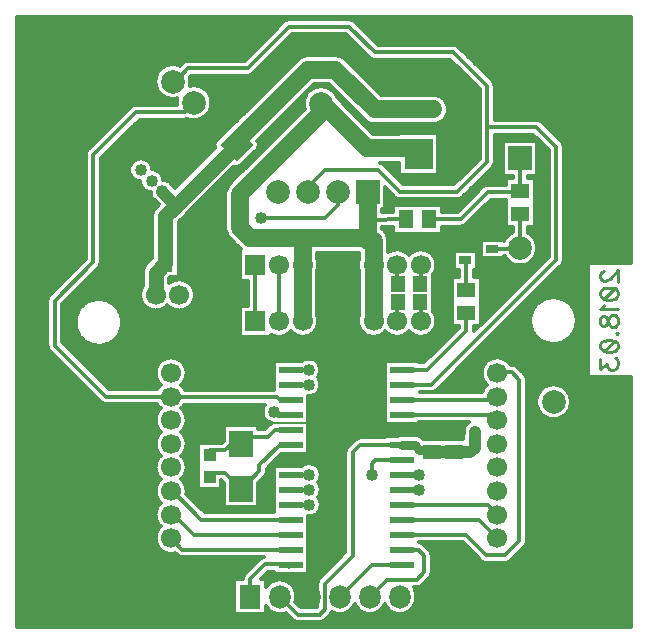
<source format=gbr>
G04 DipTrace 3.2.0.1*
G04 Bottom.gbr*
%MOIN*%
G04 #@! TF.FileFunction,Copper,L2,Bot*
G04 #@! TF.Part,Single*
%AMOUTLINE6*
4,1,4,
0.000644,0.055674,
0.055674,-0.000644,
-0.000644,-0.055674,
-0.055674,0.000644,
0.000644,0.055674,
0*%
%AMOUTLINE9*
4,1,4,
-0.033465,0.033465,
0.033465,0.033465,
0.033465,-0.033465,
-0.033465,-0.033465,
-0.033465,0.033465,
0*%
G04 #@! TA.AperFunction,Conductor*
%ADD13C,0.012992*%
%ADD14C,0.008*%
%ADD15C,0.06*%
%ADD16C,0.03*%
G04 #@! TA.AperFunction,ViaPad*
%ADD17C,0.04*%
G04 #@! TA.AperFunction,Conductor*
%ADD18C,0.05*%
G04 #@! TA.AperFunction,CopperBalancing*
%ADD19C,0.012008*%
%ADD20C,0.012*%
%ADD22R,0.03937X0.043307*%
%ADD23R,0.059055X0.051181*%
G04 #@! TA.AperFunction,ComponentPad*
%ADD24R,0.07874X0.07874*%
%ADD25C,0.07874*%
%ADD26R,0.094488X0.102362*%
%ADD27R,0.051181X0.059055*%
%ADD28R,0.047244X0.055118*%
G04 #@! TA.AperFunction,ComponentPad*
%ADD29R,0.066929X0.066929*%
%ADD30C,0.066929*%
%ADD31R,0.070866X0.07874*%
%ADD32O,0.070866X0.07874*%
%ADD33C,0.07874*%
%ADD35R,0.041339X0.025591*%
%ADD36R,0.07874X0.023622*%
%ADD42R,0.07874X0.086614*%
%ADD85C,0.009264*%
G04 #@! TA.AperFunction,ComponentPad*
%ADD92OUTLINE6*%
%ADD95OUTLINE9*%
%FSLAX26Y26*%
G04*
G70*
G90*
G75*
G01*
G04 Bottom*
%LPD*%
X793816Y122822D2*
D13*
X795565D1*
Y180573D1*
X845565Y230573D1*
X925065D1*
Y222822D1*
X931316Y229073D1*
X1093816Y122822D2*
X1200067Y229073D1*
X1301395D1*
X931316Y679073D2*
X878065D1*
X855565Y656573D1*
X764565D1*
Y632053D1*
X733046D1*
X711565Y610573D1*
X659565D1*
Y594643D1*
X1363746Y1041573D2*
Y1102891D1*
X1362565Y1104073D1*
X1363746Y1229073D2*
Y1168246D1*
X1362565Y1167065D1*
X1285006Y1041573D2*
Y1101513D1*
X1287565Y1104073D1*
X1285006Y1229073D2*
Y1169624D1*
X1287565Y1167065D1*
X812565Y1229073D2*
Y1041573D1*
X891305D2*
Y1229073D1*
X659565Y661573D2*
Y703573D1*
X633565D1*
X612565Y682573D1*
Y468573D1*
X648065Y433073D1*
X659565Y444573D1*
Y454573D1*
X931316Y579073D2*
X894065D1*
X864565Y549573D1*
Y432573D1*
X841565Y409573D1*
X671565D1*
X647565Y433573D1*
Y454573D1*
X659565D1*
X931316Y579073D2*
X981313D1*
X1000064Y597823D1*
Y691574D1*
X988065Y703573D1*
D14*
X854065D1*
D13*
X659565D1*
X1301395Y679073D2*
X1250065D1*
X1012565D1*
X1000064Y691574D1*
X993816Y122822D2*
Y185323D1*
X1041565Y233073D1*
Y565992D1*
X1004899Y602658D1*
X1000064Y597823D1*
X1048786Y1229073D2*
D15*
Y1041573D1*
Y1229073D2*
X1127526D1*
X1048786Y1041573D2*
X1127526D1*
Y1229073D1*
X1048786Y1041573D2*
D13*
X1043815D1*
Y754071D1*
X993316Y703573D1*
X988065D1*
X1250065Y679073D2*
D3*
X1301395D2*
D16*
X1400065Y678876D1*
X1127526Y1041573D2*
D13*
Y977612D1*
X1144815Y960323D1*
X1381316D1*
X1441565Y1020573D1*
Y1297344D1*
X1462762Y1318541D1*
X1512959D1*
X1511975Y1319525D1*
X679060Y1699504D2*
X682497D1*
D17*
X949565Y1966573D1*
X1031316D1*
D15*
X1093565D1*
X1224815Y1835323D1*
X1341834D1*
D13*
X1356316Y1849805D1*
X1400065Y678876D2*
D16*
X1475065Y679073D1*
X1806315Y672822D2*
D13*
X1755316D1*
X1728565Y699573D1*
Y907573D1*
X1691565Y944573D1*
X1622064D1*
X1618815Y947822D1*
X637565Y1129073D2*
D18*
Y1185323D1*
X587565Y1235323D1*
X395565Y1580573D2*
D17*
X466565Y1651573D1*
X631128D1*
X679060Y1699504D1*
X970046Y1041573D2*
D15*
Y1229073D1*
X1206266Y1041573D2*
Y1229073D1*
X1031316Y1766573D2*
D13*
X1037564D1*
D15*
X1185564Y1618573D1*
X1356316D1*
Y1597823D1*
X1031316Y1766573D2*
Y1735323D1*
X760991Y1464998D1*
Y1352006D1*
X795424Y1317573D1*
X970046D1*
Y1229073D1*
X1206266D2*
Y1310372D1*
X1187565D1*
Y1379073D1*
Y1472822D1*
X1315762Y1381573D2*
D13*
X1187565Y1379073D1*
X970046Y1317573D2*
D15*
X1187565D1*
Y1310372D1*
X1193816Y122822D2*
D13*
X1250067Y179073D1*
X1350065D1*
X1375065Y204073D1*
Y260322D1*
X1356315Y279073D1*
X1301395D1*
X1356316Y529073D2*
X1301395D1*
X893816Y122822D2*
X953018Y63620D1*
X1026739D1*
X1043815Y80696D1*
Y166571D1*
X1137565Y260322D1*
Y604073D1*
X1162565Y629073D1*
X1301395D1*
D16*
X1343815D1*
X1359315Y613573D1*
X1400065D1*
D13*
Y604073D1*
X750066Y1629058D2*
D15*
X738830D1*
X989345Y1879573D1*
X1078565D1*
X1210565Y1747573D1*
X1346565D1*
X1400065Y604073D2*
D17*
X1474868D1*
D13*
X1475065Y604269D1*
D17*
X1529262D1*
X1544565Y619573D1*
X1346565Y1747573D2*
D15*
X1405565D1*
X1544565Y619573D2*
D17*
Y671573D1*
X480085Y1129073D2*
D18*
Y1202646D1*
X512762Y1235323D1*
Y1391754D1*
X547936Y1426928D1*
X750066Y1629058D1*
X501565Y1474573D2*
D13*
Y1473299D1*
D17*
X547936Y1426928D1*
X1200065Y529073D2*
D13*
Y566573D1*
X1212565Y579073D1*
X1301395D1*
X990565Y878573D2*
X931816D1*
X931316Y879073D1*
Y629073D2*
X894065D1*
X825565Y560573D1*
Y540573D1*
X767439Y482447D1*
X764565D1*
Y480573D1*
X709565Y535573D1*
X673636D1*
X659565Y521502D1*
X537050Y1840369D2*
X543362D1*
X587565Y1884573D1*
X786565D1*
X924565Y2022573D1*
X1125565D1*
X1210502Y1937636D1*
X1471502D1*
X1584565Y1824573D1*
Y1688620D1*
X1748195D1*
X1815124Y1621691D1*
Y1246132D1*
X1398065Y829073D1*
X1301395D1*
X987565Y1472822D2*
Y1487573D1*
X1045565Y1545573D1*
X1222565D1*
X1295565Y1472573D1*
X1484565D1*
X1584565Y1572573D1*
Y1688620D1*
X1515912Y1144328D2*
Y1240785D1*
X1511975Y1244722D1*
X1696030Y1400234D2*
Y1287045D1*
X1694061Y1285076D1*
X1602526Y1282124D2*
X1691109D1*
X1694061Y1285076D1*
X874565Y739573D2*
X887565Y726573D1*
X928816D1*
X931316Y729073D1*
X1696030Y1475037D2*
Y1582321D1*
X1694061Y1584289D1*
X1390565Y1381573D2*
X1496565D1*
X1586565Y1471573D1*
X1692565D1*
X1696030Y1475037D1*
X990565Y829573D2*
X931816D1*
X931316Y829073D1*
X1301395Y879073D2*
X1385065D1*
X1515912Y1009919D1*
Y1069525D1*
X1356315Y479073D2*
X1301395D1*
Y779073D2*
X1607546D1*
X1618815Y790342D1*
X531316Y317901D2*
X569061Y280155D1*
X932399D1*
X931316Y279073D1*
X531316Y396641D2*
X540174D1*
X609416Y327399D1*
X929643D1*
X931316Y329073D1*
X531316Y475381D2*
X536237D1*
X632546Y379073D1*
X931316D1*
X1301395Y329073D2*
X1513254D1*
X1581857Y260470D1*
X1644849D1*
X1692093Y307714D1*
Y847084D1*
X1668471Y870706D1*
X1620439D1*
X1618815Y869082D1*
X531316Y790342D2*
X536925D1*
X535156Y788573D1*
X884565D1*
X894065Y779073D1*
X931316D1*
X1087565Y1472822D2*
Y1428573D1*
X1045447Y1386454D1*
X829888D1*
X531316Y790342D2*
X313796D1*
X143815Y960323D1*
Y1109822D1*
X271565Y1237573D1*
Y1594322D1*
X415816Y1738573D1*
X576706D1*
X608066Y1769933D1*
X1301395Y729073D2*
X1601344D1*
X1618815Y711601D1*
X991565Y529573D2*
X931816D1*
X931316Y529073D1*
X991565Y479573D2*
X931816D1*
X931316Y479073D1*
X991565Y429573D2*
X931816D1*
X931316Y429073D1*
X1301395D2*
X1586383D1*
X1618815Y396641D1*
X1301395Y379073D2*
X1557643D1*
X1618815Y317901D1*
D17*
X990565Y878573D3*
Y829573D3*
X874565Y739573D3*
X1356316Y529073D3*
X1250065Y679073D3*
X991565Y529573D3*
Y479573D3*
X1346565Y1747573D3*
X1544565Y619573D3*
Y671573D3*
X1356315Y479073D3*
X1200065Y529073D3*
X991565Y429573D3*
X395565Y1580573D3*
X430565Y1545573D3*
X466565Y1509573D3*
X501565Y1474573D3*
X1405565Y1747573D3*
X829888Y1386454D3*
X1037340Y1190704D2*
D20*
X1064916D1*
X1037715Y1178835D2*
X1065291D1*
X1038089Y1166966D2*
X1065690D1*
X1038464Y1155097D2*
X1066064D1*
X1038840Y1143229D2*
X1066439D1*
X1039239Y1131360D2*
X1066838D1*
X1039613Y1119491D2*
X1067214D1*
X1039988Y1107622D2*
X1067611D1*
X1040363Y1095754D2*
X1067987D1*
X1040739Y1083885D2*
X1068384D1*
X1041113Y1072016D2*
X1068760D1*
X1041488Y1060147D2*
X1069159D1*
X1035765Y1202415D2*
X1040367Y1057880D1*
X1070374Y1059374D1*
X1065752Y1201729D1*
X1035784Y1202423D1*
X19782Y2042443D2*
D19*
X908214D1*
X1141908D2*
X2061603D1*
X19782Y2030566D2*
X896019D1*
X1154104D2*
X2061603D1*
X19782Y2018689D2*
X884152D1*
X1165994D2*
X2061603D1*
X19782Y2006813D2*
X872261D1*
X1177861D2*
X2061603D1*
X19782Y1994936D2*
X860394D1*
X933459D2*
X1116664D1*
X1189752D2*
X2061603D1*
X19782Y1983059D2*
X848503D1*
X921592D2*
X1128531D1*
X1201619D2*
X2061603D1*
X19782Y1971183D2*
X836636D1*
X909725D2*
X1140421D1*
X1213486D2*
X2061603D1*
X19782Y1959306D2*
X824769D1*
X897834D2*
X1152288D1*
X1485141D2*
X2061603D1*
X19782Y1947429D2*
X812878D1*
X885967D2*
X1164179D1*
X1498251D2*
X2061603D1*
X19782Y1935553D2*
X801011D1*
X874076D2*
X1176046D1*
X1510118D2*
X2061603D1*
X19782Y1923676D2*
X789121D1*
X862209D2*
X967996D1*
X1099928D2*
X1187913D1*
X1522009D2*
X2061603D1*
X19782Y1911800D2*
X777253D1*
X850342D2*
X951790D1*
X1116110D2*
X1460788D1*
X1533876D2*
X2061603D1*
X19782Y1899923D2*
X566365D1*
X838451D2*
X939923D1*
X1128001D2*
X1472678D1*
X1545743D2*
X2061603D1*
X19782Y1888046D2*
X503066D1*
X826584D2*
X928032D1*
X1139868D2*
X1484545D1*
X1557634D2*
X2061603D1*
X19782Y1876170D2*
X490401D1*
X814694D2*
X916165D1*
X1151758D2*
X1496436D1*
X1569501D2*
X2061603D1*
X19782Y1864293D2*
X483154D1*
X802357D2*
X904298D1*
X1163626D2*
X1508303D1*
X1581392D2*
X2061603D1*
X19782Y1852416D2*
X479261D1*
X594846D2*
X892407D1*
X1175493D2*
X1520194D1*
X1593259D2*
X2061603D1*
X19782Y1840540D2*
X477995D1*
X596113D2*
X880540D1*
X1187383D2*
X1532061D1*
X1604985D2*
X2061603D1*
X19782Y1828663D2*
X479191D1*
X594917D2*
X868649D1*
X1008203D2*
X1059697D1*
X1199251D2*
X1543928D1*
X1610426D2*
X2061603D1*
X19782Y1816786D2*
X483014D1*
X643230D2*
X856782D1*
X996336D2*
X1001367D1*
X1061277D2*
X1071564D1*
X1211141D2*
X1555819D1*
X1610755D2*
X2061603D1*
X19782Y1804910D2*
X490120D1*
X655355D2*
X844892D1*
X1075865D2*
X1083454D1*
X1223008D2*
X1558375D1*
X1610755D2*
X2061603D1*
X19782Y1793033D2*
X502573D1*
X662320D2*
X833024D1*
X972578D2*
X978667D1*
X1083980D2*
X1095321D1*
X1423648D2*
X1558375D1*
X1610755D2*
X2061603D1*
X19782Y1781157D2*
X550112D1*
X666026D2*
X821157D1*
X960711D2*
X974117D1*
X1092751D2*
X1107212D1*
X1441753D2*
X1558375D1*
X1610755D2*
X2061603D1*
X19782Y1769280D2*
X549010D1*
X667128D2*
X809267D1*
X948821D2*
X972311D1*
X1104642D2*
X1119079D1*
X1450126D2*
X1558375D1*
X1610755D2*
X2061603D1*
X19782Y1757403D2*
X398185D1*
X665768D2*
X797400D1*
X936954D2*
X972991D1*
X1116509D2*
X1130946D1*
X1454254D2*
X1558375D1*
X1610755D2*
X2061603D1*
X19782Y1745527D2*
X386224D1*
X661734D2*
X785509D1*
X925086D2*
X971748D1*
X1128399D2*
X1142837D1*
X1455215D2*
X1558375D1*
X1610755D2*
X2061603D1*
X19782Y1733650D2*
X374356D1*
X654346D2*
X773642D1*
X913196D2*
X959858D1*
X1140267D2*
X1154704D1*
X1453222D2*
X1558375D1*
X1610755D2*
X2061603D1*
X19782Y1721773D2*
X362466D1*
X641330D2*
X761775D1*
X901329D2*
X947990D1*
X1152134D2*
X1166595D1*
X1447828D2*
X1558375D1*
X1610755D2*
X2061603D1*
X19782Y1709897D2*
X350599D1*
X423687D2*
X749884D1*
X889438D2*
X936100D1*
X1164024D2*
X1178837D1*
X1437297D2*
X1558375D1*
X1762495D2*
X2061603D1*
X19782Y1698020D2*
X338732D1*
X411797D2*
X736657D1*
X877571D2*
X924233D1*
X1175891D2*
X1558375D1*
X1775324D2*
X2061603D1*
X19782Y1686143D2*
X326841D1*
X399930D2*
X724485D1*
X865704D2*
X912366D1*
X1187782D2*
X1558375D1*
X1787214D2*
X2061603D1*
X19782Y1674267D2*
X314974D1*
X388039D2*
X712336D1*
X853813D2*
X900475D1*
X1199649D2*
X1558375D1*
X1799081D2*
X2061603D1*
X19782Y1662390D2*
X303083D1*
X376172D2*
X700187D1*
X841946D2*
X888608D1*
X1423249D2*
X1558375D1*
X1610755D2*
X1737883D1*
X1810972D2*
X2061603D1*
X19782Y1650513D2*
X291216D1*
X364305D2*
X688039D1*
X830055D2*
X876717D1*
X1423249D2*
X1558375D1*
X1610755D2*
X1749751D1*
X1822839D2*
X2061603D1*
X19782Y1638637D2*
X279349D1*
X352414D2*
X676992D1*
X822339D2*
X864850D1*
X1423249D2*
X1558375D1*
X1610755D2*
X1634996D1*
X1753114D2*
X1761641D1*
X1834683D2*
X2061603D1*
X19782Y1626760D2*
X267458D1*
X340547D2*
X674929D1*
X825365D2*
X852983D1*
X1423249D2*
X1558375D1*
X1610755D2*
X1634996D1*
X1753114D2*
X1773508D1*
X1840804D2*
X2061603D1*
X19782Y1614884D2*
X255591D1*
X328656D2*
X673193D1*
X819548D2*
X841092D1*
X1423249D2*
X1558375D1*
X1610755D2*
X1634996D1*
X1753114D2*
X1785399D1*
X1841320D2*
X2061603D1*
X19782Y1603007D2*
X246937D1*
X316789D2*
X661302D1*
X807400D2*
X829225D1*
X1423249D2*
X1558375D1*
X1610755D2*
X1634996D1*
X1753114D2*
X1788940D1*
X1841320D2*
X2061603D1*
X19782Y1591130D2*
X245366D1*
X304922D2*
X649435D1*
X795251D2*
X817334D1*
X1423249D2*
X1558375D1*
X1610755D2*
X1634996D1*
X1753114D2*
X1788940D1*
X1841320D2*
X2061603D1*
X19782Y1579254D2*
X245366D1*
X297745D2*
X410732D1*
X450400D2*
X637545D1*
X783079D2*
X805467D1*
X1423249D2*
X1554716D1*
X1610755D2*
X1634996D1*
X1753114D2*
X1788940D1*
X1841320D2*
X2061603D1*
X19782Y1567377D2*
X245366D1*
X297745D2*
X397645D1*
X463487D2*
X625678D1*
X770931D2*
X793600D1*
X1235978D2*
X1289371D1*
X1423249D2*
X1542826D1*
X1610215D2*
X1634996D1*
X1753114D2*
X1788940D1*
X1841320D2*
X2061603D1*
X19782Y1555500D2*
X245366D1*
X297745D2*
X392181D1*
X468951D2*
X613810D1*
X739222D2*
X743502D1*
X755334D2*
X781710D1*
X1249182D2*
X1289371D1*
X1423249D2*
X1530959D1*
X1604024D2*
X1634996D1*
X1753114D2*
X1788940D1*
X1841320D2*
X2061603D1*
X19782Y1543624D2*
X245366D1*
X297745D2*
X390914D1*
X485720D2*
X601920D1*
X727332D2*
X769842D1*
X1261049D2*
X1289371D1*
X1423249D2*
X1519068D1*
X1592157D2*
X1634996D1*
X1753114D2*
X1788940D1*
X1841320D2*
X2061603D1*
X19782Y1531747D2*
X245366D1*
X297745D2*
X393447D1*
X499229D2*
X590053D1*
X715465D2*
X757952D1*
X1272939D2*
X1289371D1*
X1423249D2*
X1507201D1*
X1580289D2*
X1634996D1*
X1753114D2*
X1788940D1*
X1841320D2*
X2061603D1*
X19782Y1519870D2*
X245366D1*
X297745D2*
X400718D1*
X504858D2*
X578162D1*
X703597D2*
X746085D1*
X1284807D2*
X1495334D1*
X1568399D2*
X1669847D1*
X1722226D2*
X1788940D1*
X1841320D2*
X2061603D1*
X19782Y1507994D2*
X245366D1*
X297745D2*
X421028D1*
X521861D2*
X566295D1*
X691707D2*
X734217D1*
X1296674D2*
X1483443D1*
X1556532D2*
X1646816D1*
X1745257D2*
X1788940D1*
X1841320D2*
X2061603D1*
X19782Y1496117D2*
X245366D1*
X297745D2*
X429307D1*
X534666D2*
X554428D1*
X679840D2*
X722608D1*
X1544641D2*
X1580679D1*
X1745257D2*
X1788940D1*
X1841320D2*
X2061603D1*
X19782Y1484241D2*
X245366D1*
X297745D2*
X436389D1*
X667949D2*
X715268D1*
X1532774D2*
X1562690D1*
X1745257D2*
X1788940D1*
X1841320D2*
X2061603D1*
X19782Y1472364D2*
X245366D1*
X297745D2*
X455503D1*
X656082D2*
X711867D1*
X1246625D2*
X1259234D1*
X1520907D2*
X1550823D1*
X1745257D2*
X1788940D1*
X1841320D2*
X2061603D1*
X19782Y1460487D2*
X245366D1*
X297745D2*
X464064D1*
X644215D2*
X711304D1*
X1246625D2*
X1271101D1*
X1509016D2*
X1538933D1*
X1745257D2*
X1788940D1*
X1841320D2*
X2061603D1*
X19782Y1448611D2*
X245366D1*
X297745D2*
X470842D1*
X632324D2*
X711304D1*
X1246625D2*
X1287283D1*
X1492857D2*
X1527065D1*
X1745257D2*
X1788940D1*
X1841320D2*
X2061603D1*
X19782Y1436734D2*
X245366D1*
X297745D2*
X482498D1*
X620457D2*
X711304D1*
X1246625D2*
X1515198D1*
X1588263D2*
X1646816D1*
X1745257D2*
X1788940D1*
X1841320D2*
X2061603D1*
X19782Y1424857D2*
X245366D1*
X297745D2*
X483154D1*
X608566D2*
X711304D1*
X1246625D2*
X1270468D1*
X1435843D2*
X1503308D1*
X1576396D2*
X1646816D1*
X1745257D2*
X1788940D1*
X1841320D2*
X2061603D1*
X19782Y1412981D2*
X245366D1*
X297745D2*
X473609D1*
X596699D2*
X711304D1*
X1237268D2*
X1270468D1*
X1435843D2*
X1491441D1*
X1564506D2*
X1646816D1*
X1745257D2*
X1788940D1*
X1841320D2*
X2061603D1*
X19782Y1401104D2*
X245366D1*
X297745D2*
X469083D1*
X584809D2*
X711304D1*
X1552638D2*
X1646816D1*
X1745257D2*
X1788940D1*
X1841320D2*
X2061603D1*
X19782Y1389227D2*
X245366D1*
X297745D2*
X468074D1*
X572941D2*
X711304D1*
X1540771D2*
X1646816D1*
X1745257D2*
X1788940D1*
X1841320D2*
X2061603D1*
X19782Y1377351D2*
X245366D1*
X297745D2*
X468074D1*
X561074D2*
X711304D1*
X1528881D2*
X1646816D1*
X1745257D2*
X1788940D1*
X1841320D2*
X2061603D1*
X19782Y1365474D2*
X245366D1*
X297745D2*
X468074D1*
X557462D2*
X711304D1*
X1517014D2*
X1646816D1*
X1745257D2*
X1788940D1*
X1841320D2*
X2061603D1*
X19782Y1353597D2*
X245366D1*
X297745D2*
X468074D1*
X557462D2*
X711304D1*
X1237268D2*
X1270468D1*
X1435843D2*
X1669847D1*
X1722226D2*
X1788940D1*
X1841320D2*
X2061603D1*
X19782Y1341721D2*
X245366D1*
X297745D2*
X468074D1*
X557462D2*
X712406D1*
X1244468D2*
X1270468D1*
X1435843D2*
X1669847D1*
X1722226D2*
X1788940D1*
X1841320D2*
X2061603D1*
X19782Y1329844D2*
X245366D1*
X297745D2*
X468074D1*
X557462D2*
X716651D1*
X1251879D2*
X1656197D1*
X1731912D2*
X1788940D1*
X1841320D2*
X2061603D1*
X19782Y1317968D2*
X245366D1*
X297745D2*
X468074D1*
X557462D2*
X725258D1*
X1255350D2*
X1645245D1*
X1742865D2*
X1788940D1*
X1841320D2*
X2061603D1*
X19782Y1306091D2*
X245366D1*
X297745D2*
X468074D1*
X557462D2*
X737126D1*
X1255960D2*
X1562174D1*
X1749174D2*
X1788940D1*
X1841320D2*
X2061603D1*
X19782Y1294214D2*
X245366D1*
X297745D2*
X468074D1*
X557462D2*
X748993D1*
X1255960D2*
X1562174D1*
X1752387D2*
X1788940D1*
X1841320D2*
X2061603D1*
X19782Y1282338D2*
X245366D1*
X297745D2*
X467488D1*
X558049D2*
X760907D1*
X1255960D2*
X1562174D1*
X1753067D2*
X1788940D1*
X1841320D2*
X2061603D1*
X19782Y1270461D2*
X245366D1*
X297745D2*
X467488D1*
X558049D2*
X759406D1*
X1317617D2*
X1331140D1*
X1396349D2*
X1471623D1*
X1552334D2*
X1562174D1*
X1751237D2*
X1788940D1*
X1841320D2*
X2061603D1*
X19782Y1258584D2*
X245366D1*
X297745D2*
X467488D1*
X558049D2*
X759406D1*
X1019742D2*
X1156580D1*
X1407700D2*
X1471623D1*
X1552334D2*
X1562174D1*
X1746711D2*
X1788940D1*
X1841320D2*
X2061603D1*
X19782Y1246708D2*
X244170D1*
X297745D2*
X461437D1*
X558049D2*
X759406D1*
X1020117D2*
X1156182D1*
X1413821D2*
X1471623D1*
X1552334D2*
X1649560D1*
X1738573D2*
X1779160D1*
X1841320D2*
X2061603D1*
X19782Y1234831D2*
X232279D1*
X297605D2*
X449570D1*
X558049D2*
X759406D1*
X1022885D2*
X1153438D1*
X1416588D2*
X1471623D1*
X1552334D2*
X1664171D1*
X1723962D2*
X1767293D1*
X1838623D2*
X1921543D1*
X19782Y1222954D2*
X220412D1*
X293031D2*
X440423D1*
X558049D2*
X759406D1*
X1022838D2*
X1153461D1*
X1416541D2*
X1471623D1*
X1552334D2*
X1755403D1*
X1828491D2*
X1921543D1*
X19782Y1211078D2*
X208521D1*
X281610D2*
X436225D1*
X558049D2*
X759406D1*
X1019977D2*
X1156322D1*
X1413680D2*
X1489728D1*
X1542108D2*
X1743536D1*
X1816601D2*
X1921543D1*
X19782Y1199201D2*
X196654D1*
X269743D2*
X435381D1*
X558049D2*
X759406D1*
X1019742D2*
X1156580D1*
X1407465D2*
X1489728D1*
X1542108D2*
X1731645D1*
X1804733D2*
X1921543D1*
X19782Y1187325D2*
X184787D1*
X257852D2*
X435381D1*
X558049D2*
X759406D1*
X1019742D2*
X1156580D1*
X1405870D2*
X1466698D1*
X1565139D2*
X1719778D1*
X1792866D2*
X1921543D1*
X19782Y1175448D2*
X172896D1*
X245985D2*
X435381D1*
X524769D2*
X534188D1*
X583448D2*
X786377D1*
X1019742D2*
X1156580D1*
X1405870D2*
X1466698D1*
X1565139D2*
X1707911D1*
X1780976D2*
X1921543D1*
X19782Y1163571D2*
X161029D1*
X234094D2*
X435381D1*
X598880D2*
X786377D1*
X1019742D2*
X1156580D1*
X1405870D2*
X1466698D1*
X1565139D2*
X1696020D1*
X1769109D2*
X1921543D1*
X19782Y1151695D2*
X149138D1*
X222227D2*
X432121D1*
X606807D2*
X786377D1*
X1019742D2*
X1156580D1*
X1405870D2*
X1466698D1*
X1565139D2*
X1684153D1*
X1757218D2*
X1921543D1*
X19782Y1139818D2*
X137271D1*
X210360D2*
X428040D1*
X610865D2*
X786377D1*
X1019742D2*
X1156580D1*
X1405870D2*
X1466698D1*
X1565139D2*
X1672262D1*
X1745351D2*
X1921543D1*
X19782Y1127941D2*
X125404D1*
X198469D2*
X426938D1*
X611967D2*
X786377D1*
X1019742D2*
X1156580D1*
X1405870D2*
X1466698D1*
X1565139D2*
X1660395D1*
X1733484D2*
X1921543D1*
X19782Y1116065D2*
X118415D1*
X186602D2*
X428580D1*
X610325D2*
X786377D1*
X1019742D2*
X1156580D1*
X1405870D2*
X1466698D1*
X1565139D2*
X1648528D1*
X1721593D2*
X1777636D1*
X1834120D2*
X1921543D1*
X19782Y1104188D2*
X117618D1*
X174712D2*
X249751D1*
X331283D2*
X433270D1*
X605635D2*
X786377D1*
X1019742D2*
X1156580D1*
X1405870D2*
X1466698D1*
X1565139D2*
X1636637D1*
X1709726D2*
X1756552D1*
X1855204D2*
X1921543D1*
X19782Y1092311D2*
X117618D1*
X169997D2*
X234460D1*
X346574D2*
X442159D1*
X596746D2*
X759406D1*
X1019742D2*
X1156580D1*
X1405870D2*
X1466698D1*
X1565139D2*
X1624770D1*
X1697835D2*
X1744497D1*
X1867235D2*
X1921543D1*
X19782Y1080435D2*
X117618D1*
X169997D2*
X224751D1*
X356284D2*
X460616D1*
X499557D2*
X539347D1*
X578289D2*
X759406D1*
X1019742D2*
X1156580D1*
X1405870D2*
X1466698D1*
X1565139D2*
X1612880D1*
X1685968D2*
X1736547D1*
X1875186D2*
X1921543D1*
X19782Y1068558D2*
X117618D1*
X169997D2*
X218278D1*
X362780D2*
X759406D1*
X1019742D2*
X1156580D1*
X1409341D2*
X1466698D1*
X1565139D2*
X1601012D1*
X1674101D2*
X1731317D1*
X1880416D2*
X1921543D1*
X19782Y1056681D2*
X117618D1*
X169997D2*
X214173D1*
X366861D2*
X759406D1*
X1020962D2*
X1155361D1*
X1414665D2*
X1466698D1*
X1565139D2*
X1589145D1*
X1662210D2*
X1728268D1*
X1883465D2*
X1921543D1*
X19782Y1044805D2*
X117618D1*
X169997D2*
X212109D1*
X368925D2*
X759406D1*
X1023096D2*
X1153203D1*
X1416799D2*
X1466698D1*
X1565139D2*
X1577255D1*
X1650343D2*
X1727142D1*
X1884614D2*
X1921543D1*
X19782Y1032928D2*
X117618D1*
X169997D2*
X211898D1*
X369136D2*
X759406D1*
X1022486D2*
X1153836D1*
X1416190D2*
X1466698D1*
X1638453D2*
X1727822D1*
X1883910D2*
X1921543D1*
X19782Y1021052D2*
X117618D1*
X169997D2*
X213540D1*
X367494D2*
X759406D1*
X1018968D2*
X1157331D1*
X1412672D2*
X1489728D1*
X1542108D2*
X1553497D1*
X1626585D2*
X1730402D1*
X1881331D2*
X1921543D1*
X19782Y1009175D2*
X117618D1*
X169997D2*
X217128D1*
X363906D2*
X759406D1*
X1011862D2*
X1164437D1*
X1405565D2*
X1478635D1*
X1614718D2*
X1735069D1*
X1876663D2*
X1921543D1*
X19782Y997298D2*
X117618D1*
X169997D2*
X222992D1*
X358043D2*
X759406D1*
X919692D2*
X941658D1*
X998447D2*
X1177876D1*
X1234664D2*
X1256607D1*
X1313396D2*
X1335362D1*
X1392127D2*
X1466745D1*
X1602828D2*
X1742293D1*
X1869440D2*
X1921543D1*
X19782Y985422D2*
X117618D1*
X169997D2*
X231857D1*
X349177D2*
X1454878D1*
X1590961D2*
X1753151D1*
X1858581D2*
X1921543D1*
X19782Y973545D2*
X117618D1*
X169997D2*
X245436D1*
X335598D2*
X1442987D1*
X1579070D2*
X1770975D1*
X1840781D2*
X1921543D1*
X19782Y961668D2*
X117618D1*
X179003D2*
X273040D1*
X307994D2*
X1431120D1*
X1567203D2*
X1921543D1*
X19782Y949792D2*
X119963D1*
X190894D2*
X1419253D1*
X1555336D2*
X1921543D1*
X19782Y937915D2*
X129673D1*
X202761D2*
X1407362D1*
X1543445D2*
X1921543D1*
X19782Y926038D2*
X141563D1*
X214628D2*
X1395495D1*
X1531578D2*
X1921543D1*
X19782Y914162D2*
X153430D1*
X226519D2*
X504285D1*
X558354D2*
X974703D1*
X1006421D2*
X1383604D1*
X1519687D2*
X1591772D1*
X1645840D2*
X1921543D1*
X19782Y902285D2*
X165321D1*
X238386D2*
X490143D1*
X572472D2*
X872261D1*
X1022087D2*
X1242324D1*
X1507820D2*
X1577653D1*
X1659982D2*
X1921543D1*
X19782Y890408D2*
X177188D1*
X250277D2*
X482732D1*
X579883D2*
X872261D1*
X1028396D2*
X1242324D1*
X1495929D2*
X1570242D1*
X1685053D2*
X1921543D1*
X19782Y878532D2*
X189055D1*
X262144D2*
X479027D1*
X583612D2*
X872261D1*
X1030249D2*
X1242324D1*
X1484062D2*
X1566513D1*
X1697179D2*
X1921543D1*
X19782Y866655D2*
X200946D1*
X274011D2*
X478206D1*
X584410D2*
X872261D1*
X1028373D2*
X1242324D1*
X1472195D2*
X1565716D1*
X1709069D2*
X1921543D1*
X19782Y854779D2*
X212813D1*
X285902D2*
X480176D1*
X582463D2*
X872261D1*
X1022017D2*
X1242324D1*
X1460305D2*
X1567662D1*
X1717067D2*
X2061603D1*
X19782Y842902D2*
X224704D1*
X297769D2*
X485242D1*
X577397D2*
X872261D1*
X1027880D2*
X1242324D1*
X1448437D2*
X1572728D1*
X1718286D2*
X2061603D1*
X19782Y831025D2*
X236571D1*
X309659D2*
X494740D1*
X567899D2*
X872261D1*
X1030226D2*
X1242324D1*
X1436547D2*
X1582250D1*
X1718286D2*
X2061603D1*
X19782Y819149D2*
X248461D1*
X321527D2*
X486883D1*
X575756D2*
X872261D1*
X1028818D2*
X1242324D1*
X1424680D2*
X1574370D1*
X1718286D2*
X1770436D1*
X1842188D2*
X2061603D1*
X19782Y807272D2*
X260329D1*
X1023143D2*
X1242324D1*
X1411476D2*
X1568483D1*
X1718286D2*
X1758616D1*
X1854008D2*
X2061603D1*
X19782Y795395D2*
X272196D1*
X1009470D2*
X1242324D1*
X1718286D2*
X1751838D1*
X1860786D2*
X2061603D1*
X19782Y783519D2*
X284086D1*
X990379D2*
X1242324D1*
X1718286D2*
X1748250D1*
X1864374D2*
X2061603D1*
X19782Y771642D2*
X296024D1*
X990379D2*
X1242324D1*
X1718286D2*
X1747265D1*
X1865359D2*
X2061603D1*
X19782Y759765D2*
X488103D1*
X574513D2*
X840600D1*
X990379D2*
X1242324D1*
X1718286D2*
X1748742D1*
X1863882D2*
X2061603D1*
X19782Y747889D2*
X492934D1*
X569705D2*
X835792D1*
X990379D2*
X1242324D1*
X1718286D2*
X1752893D1*
X1859730D2*
X2061603D1*
X19782Y736012D2*
X484257D1*
X578382D2*
X835041D1*
X990379D2*
X1242324D1*
X1718286D2*
X1760469D1*
X1852155D2*
X2061603D1*
X19782Y724136D2*
X479683D1*
X582932D2*
X838114D1*
X990379D2*
X1242324D1*
X1718286D2*
X1773837D1*
X1838787D2*
X2061603D1*
X19782Y712259D2*
X478159D1*
X584480D2*
X846252D1*
X990379D2*
X1242324D1*
X1718286D2*
X2061603D1*
X19782Y700382D2*
X479378D1*
X583237D2*
X863818D1*
X990379D2*
X1242324D1*
X1360466D2*
X1517848D1*
X1718286D2*
X2061603D1*
X19782Y688506D2*
X483577D1*
X579063D2*
X705511D1*
X823629D2*
X850966D1*
X990379D2*
X1508796D1*
X1718286D2*
X2061603D1*
X19782Y676629D2*
X491691D1*
X570948D2*
X705511D1*
X990379D2*
X1505207D1*
X1718286D2*
X2061603D1*
X19782Y664752D2*
X489088D1*
X573528D2*
X705511D1*
X990379D2*
X1504879D1*
X1718286D2*
X2061603D1*
X19782Y652876D2*
X482169D1*
X580470D2*
X705511D1*
X990379D2*
X1153766D1*
X1368580D2*
X1504879D1*
X1718286D2*
X2061603D1*
X19782Y640999D2*
X478792D1*
X583824D2*
X705441D1*
X990379D2*
X1137959D1*
X1718286D2*
X2061603D1*
X19782Y629122D2*
X478300D1*
X584339D2*
X620190D1*
X990379D2*
X1126068D1*
X1718286D2*
X2061603D1*
X19782Y617246D2*
X480551D1*
X582065D2*
X620190D1*
X990379D2*
X1115139D1*
X1718286D2*
X2061603D1*
X19782Y605369D2*
X486039D1*
X576600D2*
X620190D1*
X990379D2*
X1111410D1*
X1718286D2*
X2061603D1*
X19782Y593492D2*
X496218D1*
X566421D2*
X620190D1*
X895020D2*
X1111387D1*
X1718286D2*
X2061603D1*
X19782Y581616D2*
X486039D1*
X576600D2*
X620190D1*
X883153D2*
X1111387D1*
X1718286D2*
X2061603D1*
X19782Y569739D2*
X480551D1*
X582065D2*
X620190D1*
X871262D2*
X1111387D1*
X1718286D2*
X2061603D1*
X19782Y557863D2*
X478300D1*
X584339D2*
X620190D1*
X859395D2*
X872261D1*
X1018874D2*
X1111387D1*
X1718286D2*
X2061603D1*
X19782Y545986D2*
X478792D1*
X583824D2*
X620190D1*
X851749D2*
X872261D1*
X1027575D2*
X1111387D1*
X1718286D2*
X2061603D1*
X19782Y534109D2*
X482169D1*
X580470D2*
X620190D1*
X850905D2*
X872261D1*
X1031000D2*
X1111387D1*
X1718286D2*
X2061603D1*
X19782Y522233D2*
X489088D1*
X573528D2*
X620190D1*
X843775D2*
X872261D1*
X1030554D2*
X1111387D1*
X1718286D2*
X2061603D1*
X19782Y510356D2*
X491691D1*
X570948D2*
X620190D1*
X831885D2*
X872261D1*
X1026121D2*
X1111387D1*
X1718286D2*
X2061603D1*
X19782Y498479D2*
X483577D1*
X579063D2*
X620190D1*
X698954D2*
X705510D1*
X823629D2*
X872261D1*
X1026286D2*
X1111387D1*
X1718286D2*
X2061603D1*
X19782Y486603D2*
X479378D1*
X583237D2*
X620190D1*
X698954D2*
X705510D1*
X823629D2*
X872261D1*
X1030601D2*
X1111387D1*
X1718286D2*
X2061603D1*
X19782Y474726D2*
X478159D1*
X584480D2*
X705511D1*
X823629D2*
X872261D1*
X1030953D2*
X1111387D1*
X1718286D2*
X2061603D1*
X19782Y462849D2*
X479683D1*
X585301D2*
X705511D1*
X823629D2*
X872261D1*
X1027435D2*
X1111387D1*
X1718286D2*
X2061603D1*
X19782Y450973D2*
X484257D1*
X597192D2*
X705511D1*
X823629D2*
X872261D1*
X1024761D2*
X1111387D1*
X1718286D2*
X2061603D1*
X19782Y439096D2*
X492934D1*
X609059D2*
X705511D1*
X823629D2*
X872261D1*
X1030061D2*
X1111387D1*
X1718286D2*
X2061603D1*
X19782Y427220D2*
X488103D1*
X620949D2*
X705511D1*
X823629D2*
X872261D1*
X1031187D2*
X1111387D1*
X1718286D2*
X2061603D1*
X19782Y415343D2*
X481630D1*
X632817D2*
X872261D1*
X1028537D2*
X1111387D1*
X1718286D2*
X2061603D1*
X19782Y403466D2*
X478605D1*
X1021056D2*
X1111387D1*
X1718286D2*
X2061603D1*
X19782Y391590D2*
X478393D1*
X999010D2*
X1111387D1*
X1718286D2*
X2061603D1*
X19782Y379713D2*
X480997D1*
X990379D2*
X1111387D1*
X1718286D2*
X2061603D1*
X19782Y367836D2*
X486883D1*
X990379D2*
X1111387D1*
X1718286D2*
X2061603D1*
X19782Y355960D2*
X494740D1*
X990379D2*
X1111387D1*
X1718286D2*
X2061603D1*
X19782Y344083D2*
X485242D1*
X990379D2*
X1111387D1*
X1718286D2*
X2061603D1*
X19782Y332206D2*
X480176D1*
X990379D2*
X1111387D1*
X1718286D2*
X2061603D1*
X19782Y320330D2*
X478206D1*
X990379D2*
X1111387D1*
X1718286D2*
X2061603D1*
X19782Y308453D2*
X479027D1*
X990379D2*
X1111387D1*
X1718286D2*
X2061603D1*
X19782Y296576D2*
X482732D1*
X990379D2*
X1111387D1*
X1375358D2*
X1509218D1*
X1715659D2*
X2061603D1*
X19782Y284700D2*
X490143D1*
X990379D2*
X1111387D1*
X1387225D2*
X1521085D1*
X1705622D2*
X2061603D1*
X19782Y272823D2*
X504285D1*
X990379D2*
X1111387D1*
X1397896D2*
X1532976D1*
X1693731D2*
X2061603D1*
X19782Y260947D2*
X551871D1*
X990379D2*
X1101654D1*
X1401250D2*
X1544843D1*
X1681864D2*
X2061603D1*
X19782Y249070D2*
X827560D1*
X990379D2*
X1089763D1*
X1401250D2*
X1556710D1*
X1669997D2*
X2061603D1*
X19782Y237193D2*
X815646D1*
X990379D2*
X1077896D1*
X1401250D2*
X1571579D1*
X1655128D2*
X2061603D1*
X19782Y225317D2*
X803779D1*
X990379D2*
X1066029D1*
X1401250D2*
X2061603D1*
X19782Y213440D2*
X791888D1*
X990379D2*
X1054138D1*
X1401250D2*
X2061603D1*
X19782Y201563D2*
X780021D1*
X853086D2*
X872261D1*
X990379D2*
X1042271D1*
X1401133D2*
X2061603D1*
X19782Y189687D2*
X771109D1*
X841219D2*
X1030380D1*
X1396700D2*
X2061603D1*
X19782Y177810D2*
X738697D1*
X848935D2*
X875240D1*
X912375D2*
X1020296D1*
X1385349D2*
X2061603D1*
X19782Y165933D2*
X738697D1*
X848935D2*
X855540D1*
X932075D2*
X1017622D1*
X1373459D2*
X2061603D1*
X19782Y154057D2*
X738697D1*
X941527D2*
X1017622D1*
X1341516D2*
X2061603D1*
X19782Y142180D2*
X738697D1*
X946686D2*
X1017622D1*
X1346699D2*
X2061603D1*
X19782Y130304D2*
X738697D1*
X948821D2*
X1017622D1*
X1348833D2*
X2061603D1*
X19782Y118427D2*
X738697D1*
X948938D2*
X1017622D1*
X1348950D2*
X2061603D1*
X19782Y106550D2*
X738697D1*
X947507D2*
X1017622D1*
X1347520D2*
X2061603D1*
X19782Y94674D2*
X738697D1*
X958507D2*
X1017622D1*
X1343204D2*
X2061603D1*
X19782Y82797D2*
X738697D1*
X848935D2*
X852560D1*
X1135083D2*
X1152546D1*
X1235087D2*
X1252550D1*
X1335090D2*
X2061603D1*
X19782Y70920D2*
X738697D1*
X848935D2*
X867969D1*
X1119651D2*
X1167978D1*
X1219655D2*
X1267982D1*
X1319658D2*
X2061603D1*
X19782Y59044D2*
X921043D1*
X1058697D2*
X2061603D1*
X19782Y47167D2*
X932934D1*
X1046830D2*
X2061603D1*
X19782Y35290D2*
X2061603D1*
X19782Y23414D2*
X2061603D1*
X627392Y634789D2*
X653732Y634870D1*
X657605Y635484D1*
X689585Y635561D1*
X701194D1*
X706715Y641061D1*
X706703Y693852D1*
X822428D1*
Y681539D1*
X845220Y681561D1*
X861837Y698074D1*
X865009Y700379D1*
X866728Y701340D1*
X865580Y702144D1*
X859835Y704010D1*
X854453Y706753D1*
X849567Y710303D1*
X845296Y714574D1*
X841745Y719460D1*
X839003Y724842D1*
X837137Y730587D1*
X836192Y736552D1*
Y742593D1*
X837137Y748558D1*
X839003Y754303D1*
X841745Y759685D1*
X844514Y763579D1*
X575855Y763584D1*
X573350Y759802D1*
X570824Y756598D1*
X568055Y753603D1*
X565211Y750974D1*
X568055Y748340D1*
X570824Y745345D1*
X573350Y742141D1*
X575616Y738749D1*
X577610Y735189D1*
X579318Y731484D1*
X580730Y727657D1*
X581837Y723730D1*
X582633Y719729D1*
X583113Y715678D1*
X583273Y711601D1*
X583113Y707525D1*
X582633Y703474D1*
X581837Y699472D1*
X580730Y695546D1*
X579318Y691718D1*
X577610Y688014D1*
X575616Y684454D1*
X573350Y681062D1*
X570824Y677858D1*
X568055Y674862D1*
X565211Y672234D1*
X568055Y669600D1*
X570824Y666604D1*
X573350Y663401D1*
X575616Y660009D1*
X577610Y656449D1*
X579318Y652744D1*
X580730Y648917D1*
X581837Y644990D1*
X582633Y640989D1*
X583113Y636938D1*
X583273Y632861D1*
X583113Y628785D1*
X582633Y624733D1*
X581837Y620732D1*
X580730Y616806D1*
X579318Y612978D1*
X577610Y609273D1*
X575616Y605714D1*
X573350Y602322D1*
X570824Y599118D1*
X568055Y596122D1*
X565211Y593494D1*
X568055Y590860D1*
X570824Y587864D1*
X573350Y584660D1*
X575616Y581268D1*
X577610Y577709D1*
X579318Y574004D1*
X580730Y570177D1*
X581837Y566250D1*
X582633Y562249D1*
X583113Y558198D1*
X583273Y554121D1*
X583113Y550045D1*
X582633Y545993D1*
X581837Y541992D1*
X580730Y538066D1*
X579318Y534238D1*
X577610Y530533D1*
X575616Y526974D1*
X573350Y523582D1*
X570824Y520378D1*
X568055Y517382D1*
X565211Y514754D1*
X568055Y512120D1*
X570824Y509124D1*
X573350Y505920D1*
X575616Y502528D1*
X577610Y498969D1*
X579318Y495264D1*
X580730Y491436D1*
X581837Y487510D1*
X582633Y483509D1*
X583113Y479457D1*
X583273Y475381D1*
X583113Y471304D1*
X582145Y464799D1*
X642911Y404046D1*
X873477Y404061D1*
X873454Y509375D1*
Y559375D1*
X967195D1*
X971453Y562392D1*
X976835Y565135D1*
X982580Y567001D1*
X988545Y567946D1*
X994585D1*
X1000551Y567001D1*
X1006296Y565135D1*
X1011677Y562392D1*
X1016564Y558842D1*
X1020835Y554571D1*
X1024385Y549685D1*
X1027127Y544303D1*
X1028994Y538558D1*
X1029939Y532593D1*
Y526552D1*
X1028994Y520587D1*
X1027127Y514842D1*
X1024385Y509460D1*
X1020835Y504571D1*
X1024385Y499685D1*
X1027127Y494303D1*
X1028994Y488558D1*
X1029939Y482593D1*
Y476552D1*
X1028994Y470587D1*
X1027127Y464842D1*
X1024385Y459460D1*
X1020835Y454571D1*
X1024385Y449685D1*
X1027127Y444303D1*
X1028994Y438558D1*
X1029939Y432593D1*
Y426552D1*
X1028994Y420587D1*
X1027127Y414842D1*
X1024385Y409460D1*
X1020835Y404574D1*
X1016564Y400303D1*
X1011677Y396753D1*
X1006296Y394010D1*
X1000551Y392144D1*
X994585Y391199D1*
X989171Y391175D1*
X989155Y248769D1*
X989178Y198769D1*
X931836D1*
X928974Y198141D1*
X925065Y197834D1*
X921156Y198141D1*
X917131Y198769D1*
X873454D1*
Y205594D1*
X855903Y205584D1*
X831013Y180681D1*
X847741Y180684D1*
X847837Y154935D1*
X850190Y158455D1*
X852811Y161781D1*
X855685Y164890D1*
X858794Y167764D1*
X862120Y170385D1*
X865640Y172738D1*
X869334Y174807D1*
X873180Y176579D1*
X877152Y178045D1*
X881227Y179194D1*
X885380Y180020D1*
X889585Y180518D1*
X893816Y180684D1*
X898047Y180518D1*
X902252Y180020D1*
X906405Y179194D1*
X910480Y178045D1*
X914452Y176579D1*
X918298Y174807D1*
X921992Y172738D1*
X925512Y170385D1*
X928838Y167764D1*
X931947Y164890D1*
X934821Y161781D1*
X937442Y158455D1*
X939795Y154935D1*
X941864Y151240D1*
X943636Y147395D1*
X945102Y143423D1*
X946251Y139347D1*
X947077Y135195D1*
X947575Y130990D1*
X947718Y118885D1*
X947575Y114654D1*
X947077Y110449D1*
X946130Y105866D1*
X963376Y88601D1*
X1016411Y88608D1*
X1018837Y91057D1*
X1018903Y168532D1*
X1019517Y172405D1*
X1020728Y176134D1*
X1022509Y179628D1*
X1024813Y182800D1*
X1047372Y205468D1*
X1112563Y270658D1*
X1112654Y606033D1*
X1113267Y609906D1*
X1114479Y613635D1*
X1116259Y617129D1*
X1118564Y620301D1*
X1141123Y642969D1*
X1146337Y648074D1*
X1149509Y650379D1*
X1153003Y652159D1*
X1156732Y653370D1*
X1160605Y653984D1*
X1192585Y654061D1*
X1243548D1*
X1243533Y659376D1*
X1287131D1*
X1291045Y660926D1*
X1296155Y662152D1*
X1301395Y662565D1*
X1346442Y662462D1*
X1351633Y661639D1*
X1356641Y660011D1*
X1359257Y659376D1*
Y658789D1*
X1363501Y656168D1*
X1367504Y652748D1*
X1372091Y648161D1*
X1427025Y648155D1*
X1427046Y648352D1*
X1506058D1*
X1506192Y674593D1*
X1507137Y680558D1*
X1509003Y686303D1*
X1511745Y691685D1*
X1515296Y696571D1*
X1519567Y700842D1*
X1523292Y704084D1*
X1359239D1*
X1359257Y698769D1*
X1243533D1*
Y909375D1*
X1359257D1*
Y904052D1*
X1374732Y904061D1*
X1490928Y1020274D1*
X1490924Y1025421D1*
X1467892Y1025443D1*
Y1188411D1*
X1490946D1*
X1490923Y1213444D1*
X1472814Y1213434D1*
Y1276009D1*
X1551137D1*
Y1213434D1*
X1540888D1*
X1540900Y1188415D1*
X1563932Y1188411D1*
Y1030280D1*
X1790129Y1256475D1*
X1790136Y1611363D1*
X1737837Y1663640D1*
X1609565Y1663632D1*
X1609477Y1570612D1*
X1608863Y1566739D1*
X1607652Y1563010D1*
X1605871Y1559516D1*
X1603567Y1556344D1*
X1581008Y1533676D1*
X1500794Y1453571D1*
X1497622Y1451267D1*
X1494128Y1449486D1*
X1490399Y1448275D1*
X1486526Y1447661D1*
X1454546Y1447584D1*
X1293605Y1447661D1*
X1289732Y1448275D1*
X1286003Y1449486D1*
X1282509Y1451267D1*
X1279337Y1453571D1*
X1256669Y1476130D1*
X1245442Y1487357D1*
X1245428Y1414959D1*
X1236070D1*
X1236057Y1405020D1*
X1271657Y1405705D1*
X1271680Y1429592D1*
X1434648D1*
Y1406538D1*
X1486230Y1406561D1*
X1570337Y1490574D1*
X1573509Y1492879D1*
X1577003Y1494659D1*
X1580732Y1495870D1*
X1584605Y1496484D1*
X1616585Y1496561D1*
X1647988D1*
X1648010Y1519120D1*
X1671064D1*
X1671042Y1526422D1*
X1636199Y1526427D1*
Y1642151D1*
X1751924D1*
Y1526427D1*
X1721036D1*
X1721018Y1519115D1*
X1744050Y1519120D1*
Y1356151D1*
X1720995D1*
X1721018Y1336278D1*
X1728072Y1331888D1*
X1731640Y1329075D1*
X1734976Y1325991D1*
X1738060Y1322655D1*
X1740873Y1319087D1*
X1743397Y1315309D1*
X1745617Y1311345D1*
X1747519Y1307219D1*
X1749092Y1302957D1*
X1750325Y1298584D1*
X1751211Y1294128D1*
X1751745Y1289616D1*
X1751924Y1285076D1*
X1751745Y1280537D1*
X1751211Y1276025D1*
X1750325Y1271569D1*
X1749092Y1267196D1*
X1747519Y1262934D1*
X1745617Y1258808D1*
X1743397Y1254844D1*
X1740873Y1251066D1*
X1738060Y1247498D1*
X1734976Y1244162D1*
X1731640Y1241078D1*
X1728072Y1238265D1*
X1724294Y1235741D1*
X1720330Y1233521D1*
X1716204Y1231619D1*
X1711942Y1230046D1*
X1707569Y1228813D1*
X1703113Y1227927D1*
X1698601Y1227393D1*
X1694061Y1227214D1*
X1689522Y1227393D1*
X1685010Y1227927D1*
X1680554Y1228813D1*
X1676181Y1230046D1*
X1671918Y1231619D1*
X1667793Y1233521D1*
X1663828Y1235741D1*
X1660051Y1238265D1*
X1656483Y1241078D1*
X1653147Y1244162D1*
X1650063Y1247498D1*
X1647250Y1251066D1*
X1643434Y1257151D1*
X1641693Y1257135D1*
X1641687Y1250836D1*
X1563365D1*
Y1313411D1*
X1641687D1*
Y1309682D1*
X1644726Y1315309D1*
X1647250Y1319087D1*
X1650063Y1322655D1*
X1653147Y1325991D1*
X1656483Y1329075D1*
X1660051Y1331888D1*
X1663828Y1334412D1*
X1667793Y1336632D1*
X1671032Y1338126D1*
X1671042Y1356161D1*
X1648010Y1356151D1*
X1648034Y1444317D1*
X1644534Y1446584D1*
X1596901D1*
X1512794Y1362571D1*
X1509622Y1360267D1*
X1506128Y1358486D1*
X1502399Y1357275D1*
X1498526Y1356661D1*
X1466546Y1356584D1*
X1434626D1*
X1434648Y1333553D1*
X1271680D1*
Y1355716D1*
X1236079Y1355026D1*
X1236057Y1348654D1*
X1240555Y1344661D1*
X1245497Y1338875D1*
X1249473Y1332387D1*
X1252385Y1325357D1*
X1254161Y1317958D1*
X1254758Y1310372D1*
Y1271323D1*
X1261418Y1275366D1*
X1265123Y1277074D1*
X1268951Y1278486D1*
X1272877Y1279594D1*
X1276878Y1280390D1*
X1280930Y1280869D1*
X1285006Y1281029D1*
X1289083Y1280869D1*
X1293134Y1280390D1*
X1297135Y1279594D1*
X1301062Y1278486D1*
X1304889Y1277074D1*
X1308594Y1275366D1*
X1312154Y1273373D1*
X1315546Y1271106D1*
X1318749Y1268581D1*
X1321745Y1265811D1*
X1324374Y1262968D1*
X1327008Y1265811D1*
X1330003Y1268581D1*
X1333207Y1271106D1*
X1336599Y1273373D1*
X1340159Y1275366D1*
X1343863Y1277074D1*
X1347691Y1278486D1*
X1351617Y1279594D1*
X1355619Y1280390D1*
X1359670Y1280869D1*
X1363746Y1281029D1*
X1367823Y1280869D1*
X1371874Y1280390D1*
X1375875Y1279594D1*
X1379802Y1278486D1*
X1383629Y1277074D1*
X1387334Y1275366D1*
X1390894Y1273373D1*
X1394286Y1271106D1*
X1397490Y1268581D1*
X1400485Y1265811D1*
X1403255Y1262816D1*
X1405780Y1259612D1*
X1408047Y1256220D1*
X1410040Y1252660D1*
X1411748Y1248956D1*
X1413160Y1245128D1*
X1414268Y1241202D1*
X1415063Y1237200D1*
X1415543Y1233149D1*
X1415703Y1229073D1*
X1415543Y1224996D1*
X1415063Y1220945D1*
X1414268Y1216943D1*
X1413160Y1213017D1*
X1411748Y1209190D1*
X1410040Y1205485D1*
X1408047Y1201925D1*
X1404685Y1197144D1*
X1404680Y1073550D1*
X1408047Y1068720D1*
X1410040Y1065160D1*
X1411748Y1061456D1*
X1413160Y1057628D1*
X1414268Y1053702D1*
X1415063Y1049700D1*
X1415543Y1045649D1*
X1415703Y1041573D1*
X1415543Y1037496D1*
X1415063Y1033445D1*
X1414268Y1029443D1*
X1413160Y1025517D1*
X1411748Y1021690D1*
X1410040Y1017985D1*
X1408047Y1014425D1*
X1405780Y1011033D1*
X1403255Y1007829D1*
X1400485Y1004834D1*
X1397490Y1002064D1*
X1394286Y999539D1*
X1390894Y997272D1*
X1387334Y995279D1*
X1383629Y993571D1*
X1379802Y992159D1*
X1375875Y991051D1*
X1371874Y990256D1*
X1367823Y989776D1*
X1363746Y989616D1*
X1359670Y989776D1*
X1355619Y990256D1*
X1351617Y991051D1*
X1347691Y992159D1*
X1343863Y993571D1*
X1340159Y995279D1*
X1336599Y997272D1*
X1333207Y999539D1*
X1330003Y1002064D1*
X1327008Y1004834D1*
X1324379Y1007677D1*
X1321745Y1004834D1*
X1318749Y1002064D1*
X1315546Y999539D1*
X1312154Y997272D1*
X1308594Y995279D1*
X1304889Y993571D1*
X1301062Y992159D1*
X1297135Y991051D1*
X1293134Y990256D1*
X1289083Y989776D1*
X1285006Y989616D1*
X1280930Y989776D1*
X1276878Y990256D1*
X1272877Y991051D1*
X1268951Y992159D1*
X1265123Y993571D1*
X1261418Y995279D1*
X1257859Y997272D1*
X1254467Y999539D1*
X1251263Y1002064D1*
X1248267Y1004834D1*
X1245639Y1007677D1*
X1243005Y1004834D1*
X1240009Y1002064D1*
X1236805Y999539D1*
X1233413Y997272D1*
X1229854Y995279D1*
X1226149Y993571D1*
X1222322Y992159D1*
X1218395Y991051D1*
X1214394Y990256D1*
X1210343Y989776D1*
X1206266Y989616D1*
X1202190Y989776D1*
X1198138Y990256D1*
X1194137Y991051D1*
X1190211Y992159D1*
X1186383Y993571D1*
X1182678Y995279D1*
X1179119Y997272D1*
X1175727Y999539D1*
X1172523Y1002064D1*
X1169527Y1004834D1*
X1166758Y1007829D1*
X1164232Y1011033D1*
X1161966Y1014425D1*
X1159972Y1017985D1*
X1158264Y1021690D1*
X1156852Y1025517D1*
X1155745Y1029443D1*
X1154949Y1033445D1*
X1154470Y1037496D1*
X1154309Y1041573D1*
X1154470Y1045649D1*
X1154949Y1049700D1*
X1155745Y1053702D1*
X1157773Y1060125D1*
X1157774Y1210410D1*
X1155745Y1216943D1*
X1154949Y1220945D1*
X1154470Y1224996D1*
X1154309Y1229073D1*
X1154470Y1233149D1*
X1154949Y1237200D1*
X1155745Y1241202D1*
X1157773Y1247625D1*
X1157774Y1269060D1*
X1018540Y1269080D1*
X1018538Y1247706D1*
X1020567Y1241202D1*
X1021363Y1237200D1*
X1021842Y1233149D1*
X1022002Y1229073D1*
X1021842Y1224996D1*
X1021363Y1220945D1*
X1020567Y1216943D1*
X1018538Y1210520D1*
Y1060235D1*
X1020567Y1053702D1*
X1021363Y1049700D1*
X1021842Y1045649D1*
X1022002Y1041573D1*
X1021842Y1037496D1*
X1021363Y1033445D1*
X1020567Y1029443D1*
X1019459Y1025517D1*
X1018047Y1021690D1*
X1016339Y1017985D1*
X1014346Y1014425D1*
X1012079Y1011033D1*
X1009554Y1007829D1*
X1006785Y1004834D1*
X1003789Y1002064D1*
X1000585Y999539D1*
X997193Y997272D1*
X993633Y995279D1*
X989929Y993571D1*
X986101Y992159D1*
X982175Y991051D1*
X978173Y990256D1*
X974122Y989776D1*
X970046Y989616D1*
X965969Y989776D1*
X961918Y990256D1*
X957917Y991051D1*
X953990Y992159D1*
X950163Y993571D1*
X946458Y995279D1*
X942898Y997272D1*
X939506Y999539D1*
X936302Y1002064D1*
X933307Y1004834D1*
X930678Y1007677D1*
X928044Y1004834D1*
X925049Y1002064D1*
X921845Y999539D1*
X918453Y997272D1*
X914893Y995279D1*
X911188Y993571D1*
X907361Y992159D1*
X903435Y991051D1*
X899433Y990256D1*
X895382Y989776D1*
X891305Y989616D1*
X887229Y989776D1*
X883178Y990256D1*
X879176Y991051D1*
X875250Y992159D1*
X871423Y993571D1*
X867718Y995279D1*
X864534Y997062D1*
X864522Y989616D1*
X760609D1*
Y1093529D1*
X787556D1*
X787577Y1177107D1*
X760609Y1177116D1*
Y1281029D1*
X763540D1*
X748398Y1296020D1*
X724117Y1320512D1*
X719644Y1326668D1*
X716190Y1333448D1*
X713838Y1340685D1*
X712648Y1348201D1*
X712498Y1364013D1*
X712648Y1468802D1*
X713838Y1476318D1*
X716190Y1483555D1*
X719644Y1490335D1*
X724117Y1496491D1*
X735192Y1507778D1*
X976236Y1748822D1*
X975053Y1753065D1*
X974166Y1757521D1*
X973632Y1762033D1*
X973454Y1766573D1*
X973632Y1771112D1*
X974166Y1775624D1*
X975053Y1780080D1*
X976286Y1784453D1*
X977858Y1788715D1*
X979760Y1792841D1*
X981980Y1796805D1*
X984504Y1800583D1*
X987317Y1804151D1*
X990401Y1807487D1*
X993737Y1810571D1*
X997305Y1813384D1*
X1001083Y1815908D1*
X1005047Y1818128D1*
X1009173Y1820030D1*
X1013436Y1821603D1*
X1017808Y1822836D1*
X1022264Y1823722D1*
X1026776Y1824256D1*
X1031316Y1824435D1*
X1035856Y1824256D1*
X1040368Y1823722D1*
X1044824Y1822836D1*
X1049196Y1821603D1*
X1053459Y1820030D1*
X1057585Y1818128D1*
X1061549Y1815908D1*
X1065327Y1813384D1*
X1068894Y1810571D1*
X1072231Y1807487D1*
X1075315Y1804151D1*
X1078127Y1800583D1*
X1080652Y1796805D1*
X1082872Y1792841D1*
X1085222Y1787500D1*
X1205634Y1667081D1*
X1290563Y1667065D1*
X1290580Y1667496D1*
X1422052D1*
Y1528150D1*
X1290580D1*
Y1570060D1*
X1227442Y1570080D1*
X1230287Y1569338D1*
X1233910Y1567837D1*
X1237253Y1565788D1*
X1240235Y1563242D1*
X1305923Y1497554D1*
X1474206Y1497561D1*
X1559582Y1582928D1*
X1559577Y1814210D1*
X1461142Y1912657D1*
X1208542Y1912724D1*
X1204669Y1913338D1*
X1200940Y1914549D1*
X1197446Y1916329D1*
X1194274Y1918634D1*
X1171606Y1941193D1*
X1115205Y1997594D1*
X934917Y1997584D1*
X802794Y1865571D1*
X799622Y1863266D1*
X796128Y1861486D1*
X792399Y1860275D1*
X788526Y1859661D1*
X756546Y1859584D1*
X597934D1*
X593079Y1854747D1*
X594200Y1849421D1*
X594734Y1844909D1*
X594913Y1840369D1*
X594734Y1835830D1*
X594200Y1831318D1*
X593020Y1825820D1*
X599014Y1827082D1*
X603526Y1827616D1*
X608066Y1827795D1*
X612606Y1827616D1*
X617118Y1827082D1*
X621574Y1826196D1*
X625946Y1824963D1*
X630209Y1823390D1*
X634335Y1821488D1*
X638299Y1819268D1*
X642077Y1816744D1*
X645645Y1813931D1*
X648981Y1810847D1*
X652065Y1807511D1*
X654878Y1803943D1*
X657402Y1800166D1*
X659622Y1796202D1*
X661524Y1792076D1*
X663096Y1787813D1*
X664329Y1783440D1*
X665216Y1778984D1*
X665750Y1774472D1*
X665928Y1769933D1*
X665750Y1765393D1*
X665216Y1760881D1*
X664329Y1756425D1*
X663096Y1752052D1*
X661524Y1747790D1*
X659622Y1743664D1*
X657402Y1739700D1*
X654878Y1735922D1*
X652065Y1732354D1*
X648981Y1729018D1*
X645645Y1725934D1*
X642077Y1723121D1*
X638299Y1720597D1*
X634335Y1718377D1*
X630209Y1716475D1*
X625946Y1714902D1*
X621574Y1713669D1*
X617118Y1712783D1*
X612606Y1712249D1*
X608066Y1712070D1*
X603526Y1712249D1*
X599014Y1712783D1*
X594558Y1713669D1*
X587338Y1715953D1*
X584428Y1714807D1*
X580615Y1713892D1*
X576698Y1713585D1*
X426162Y1713584D1*
X296554Y1583972D1*
X296477Y1235612D1*
X295863Y1231739D1*
X294651Y1228010D1*
X292871Y1224516D1*
X290567Y1221344D1*
X268008Y1198676D1*
X168787Y1099456D1*
X168803Y970676D1*
X324153Y815323D1*
X485776Y815330D1*
X489282Y820881D1*
X491808Y824085D1*
X494577Y827080D1*
X497421Y829709D1*
X494577Y832343D1*
X491808Y835339D1*
X489282Y838542D1*
X487016Y841934D1*
X485022Y845494D1*
X483314Y849199D1*
X481902Y853026D1*
X480795Y856953D1*
X479999Y860954D1*
X479519Y865005D1*
X479359Y869082D1*
X479519Y873158D1*
X479999Y877210D1*
X480795Y881211D1*
X481902Y885137D1*
X483314Y888965D1*
X485022Y892670D1*
X487016Y896229D1*
X489282Y899621D1*
X491808Y902825D1*
X494577Y905821D1*
X497573Y908590D1*
X500777Y911116D1*
X504169Y913382D1*
X507728Y915375D1*
X511433Y917083D1*
X515260Y918495D1*
X519187Y919603D1*
X523188Y920399D1*
X527240Y920878D1*
X531316Y921038D1*
X535392Y920878D1*
X539444Y920399D1*
X543445Y919603D1*
X547371Y918495D1*
X551199Y917083D1*
X554904Y915375D1*
X558463Y913382D1*
X561855Y911116D1*
X565059Y908590D1*
X568055Y905821D1*
X570824Y902825D1*
X573350Y899621D1*
X575616Y896229D1*
X577610Y892670D1*
X579318Y888965D1*
X580730Y885137D1*
X581837Y881211D1*
X582633Y877210D1*
X583113Y873158D1*
X583273Y869082D1*
X583113Y865005D1*
X582633Y860954D1*
X581837Y856953D1*
X580730Y853026D1*
X579318Y849199D1*
X577610Y845494D1*
X575616Y841934D1*
X573350Y838542D1*
X570824Y835339D1*
X568055Y832343D1*
X565211Y829714D1*
X568055Y827080D1*
X570824Y824085D1*
X573350Y820881D1*
X575616Y817489D1*
X577777Y813568D1*
X873464Y813561D1*
X873454Y909375D1*
X967477D1*
X970453Y911392D1*
X975835Y914135D1*
X981580Y916001D1*
X987545Y916946D1*
X993585D1*
X999551Y916001D1*
X1005296Y914135D1*
X1010677Y911392D1*
X1015564Y907842D1*
X1019835Y903571D1*
X1023385Y898685D1*
X1026127Y893303D1*
X1027994Y887558D1*
X1028939Y881593D1*
Y875552D1*
X1027994Y869587D1*
X1026127Y863842D1*
X1023385Y858460D1*
X1020237Y854084D1*
X1023385Y849685D1*
X1026127Y844303D1*
X1027994Y838558D1*
X1028939Y832593D1*
Y826552D1*
X1027994Y820587D1*
X1026127Y814842D1*
X1023385Y809460D1*
X1019835Y804574D1*
X1015564Y800303D1*
X1010677Y796753D1*
X1005296Y794010D1*
X999551Y792144D1*
X993585Y791199D1*
X989185Y791135D1*
X989155Y648769D1*
X989178Y598769D1*
X898998Y598667D1*
X850557Y550226D1*
X850477Y538612D1*
X849863Y534739D1*
X848651Y531010D1*
X846871Y527516D1*
X844567Y524344D1*
X822422Y502091D1*
X822428Y420647D1*
X706703D1*
Y503084D1*
X699218Y510581D1*
X697743Y507612D1*
Y481356D1*
X621388D1*
Y634789D1*
X627392D1*
X745895Y180684D2*
X770591D1*
X770885Y184482D1*
X771800Y188294D1*
X773301Y191917D1*
X775349Y195260D1*
X777896Y198242D1*
X829337Y249574D1*
X832509Y251879D1*
X836003Y253659D1*
X839739Y254872D1*
X836336Y255167D1*
X567101Y255244D1*
X563228Y255857D1*
X559499Y257069D1*
X556005Y258849D1*
X552833Y261154D1*
X545870Y268008D1*
X539444Y266584D1*
X535392Y266104D1*
X531316Y265944D1*
X527240Y266104D1*
X523188Y266584D1*
X519187Y267379D1*
X515260Y268487D1*
X511433Y269899D1*
X507728Y271607D1*
X504169Y273600D1*
X500777Y275867D1*
X497573Y278392D1*
X494577Y281162D1*
X491808Y284157D1*
X489282Y287361D1*
X487016Y290753D1*
X485022Y294313D1*
X483314Y298018D1*
X481902Y301845D1*
X480795Y305772D1*
X479999Y309773D1*
X479519Y313824D1*
X479359Y317901D1*
X479519Y321977D1*
X479999Y326028D1*
X480795Y330030D1*
X481902Y333956D1*
X483314Y337784D1*
X485022Y341488D1*
X487016Y345048D1*
X489282Y348440D1*
X491808Y351644D1*
X494577Y354640D1*
X497421Y357268D1*
X494577Y359902D1*
X491808Y362898D1*
X489282Y366101D1*
X487016Y369493D1*
X485022Y373053D1*
X483314Y376758D1*
X481902Y380585D1*
X480795Y384512D1*
X479999Y388513D1*
X479519Y392564D1*
X479359Y396641D1*
X479519Y400717D1*
X479999Y404769D1*
X480795Y408770D1*
X481902Y412696D1*
X483314Y416524D1*
X485022Y420229D1*
X487016Y423788D1*
X489282Y427180D1*
X491808Y430384D1*
X494577Y433380D1*
X497421Y436008D1*
X494577Y438642D1*
X491808Y441638D1*
X489282Y444842D1*
X487016Y448234D1*
X485022Y451793D1*
X483314Y455498D1*
X481902Y459325D1*
X480795Y463252D1*
X479999Y467253D1*
X479519Y471304D1*
X479359Y475381D1*
X479519Y479457D1*
X479999Y483509D1*
X480795Y487510D1*
X481902Y491436D1*
X483314Y495264D1*
X485022Y498969D1*
X487016Y502528D1*
X489282Y505920D1*
X491808Y509124D1*
X494577Y512120D1*
X497421Y514748D1*
X494577Y517382D1*
X491808Y520378D1*
X489282Y523582D1*
X487016Y526974D1*
X485022Y530533D1*
X483314Y534238D1*
X481902Y538066D1*
X480795Y541992D1*
X479999Y545993D1*
X479519Y550045D1*
X479359Y554121D1*
X479519Y558198D1*
X479999Y562249D1*
X480795Y566250D1*
X481902Y570177D1*
X483314Y574004D1*
X485022Y577709D1*
X487016Y581268D1*
X489282Y584660D1*
X491808Y587864D1*
X494577Y590860D1*
X497421Y593489D1*
X494577Y596122D1*
X491808Y599118D1*
X489282Y602322D1*
X487016Y605714D1*
X485022Y609273D1*
X483314Y612978D1*
X481902Y616806D1*
X480795Y620732D1*
X479999Y624733D1*
X479519Y628785D1*
X479359Y632861D1*
X479519Y636938D1*
X479999Y640989D1*
X480795Y644990D1*
X481902Y648917D1*
X483314Y652744D1*
X485022Y656449D1*
X487016Y660009D1*
X489282Y663401D1*
X491808Y666604D1*
X494577Y669600D1*
X497421Y672229D1*
X494577Y674862D1*
X491808Y677858D1*
X489282Y681062D1*
X487016Y684454D1*
X485022Y688014D1*
X483314Y691718D1*
X481902Y695546D1*
X480795Y699472D1*
X479999Y703474D1*
X479519Y707525D1*
X479359Y711601D1*
X479519Y715678D1*
X479999Y719729D1*
X480795Y723730D1*
X481902Y727657D1*
X483314Y731484D1*
X485022Y735189D1*
X487016Y738749D1*
X489282Y742141D1*
X491808Y745345D1*
X494577Y748340D1*
X497421Y750969D1*
X494577Y753603D1*
X491808Y756598D1*
X489282Y759802D1*
X485809Y765349D1*
X311836Y765430D1*
X307963Y766044D1*
X304234Y767255D1*
X300740Y769036D1*
X297568Y771340D1*
X274900Y793899D1*
X124813Y944095D1*
X122509Y947267D1*
X120729Y950761D1*
X119517Y954490D1*
X118904Y958363D1*
X118826Y990343D1*
X118903Y1111782D1*
X119517Y1115655D1*
X120729Y1119384D1*
X122509Y1122878D1*
X124813Y1126050D1*
X147372Y1148718D1*
X246593Y1247939D1*
X246654Y1596282D1*
X247268Y1600155D1*
X248479Y1603884D1*
X250259Y1607378D1*
X252564Y1610550D1*
X275123Y1633218D1*
X399587Y1757574D1*
X402760Y1759879D1*
X406253Y1761659D1*
X409983Y1762870D1*
X413855Y1763484D1*
X445836Y1763561D1*
X550553D1*
X550204Y1769933D1*
X550382Y1774472D1*
X550916Y1778984D1*
X552096Y1784482D1*
X546102Y1783220D1*
X541590Y1782686D1*
X537050Y1782507D1*
X532511Y1782686D1*
X527999Y1783220D1*
X523543Y1784106D1*
X519170Y1785339D1*
X514908Y1786912D1*
X510782Y1788814D1*
X506818Y1791034D1*
X503040Y1793558D1*
X499472Y1796371D1*
X496136Y1799455D1*
X493052Y1802791D1*
X490239Y1806359D1*
X487715Y1810137D1*
X485495Y1814101D1*
X483593Y1818227D1*
X482020Y1822489D1*
X480787Y1826862D1*
X479901Y1831318D1*
X479367Y1835830D1*
X479188Y1840369D1*
X479367Y1844909D1*
X479901Y1849421D1*
X480787Y1853877D1*
X482020Y1858250D1*
X483593Y1862512D1*
X485495Y1866638D1*
X487715Y1870602D1*
X490239Y1874380D1*
X493052Y1877948D1*
X496136Y1881284D1*
X499472Y1884368D1*
X503040Y1887181D1*
X506818Y1889705D1*
X510782Y1891925D1*
X514908Y1893827D1*
X519170Y1895400D1*
X523543Y1896633D1*
X527999Y1897519D1*
X532511Y1898053D1*
X537050Y1898232D1*
X541590Y1898053D1*
X546102Y1897519D1*
X550558Y1896633D1*
X554931Y1895400D1*
X560757Y1893106D1*
X571337Y1903574D1*
X574509Y1905879D1*
X578003Y1907659D1*
X581732Y1908870D1*
X585605Y1909484D1*
X617585Y1909561D1*
X776197D1*
X908337Y2041574D1*
X911509Y2043879D1*
X915003Y2045659D1*
X918732Y2046870D1*
X922605Y2047484D1*
X954585Y2047561D1*
X1127526Y2047484D1*
X1131399Y2046870D1*
X1135128Y2045659D1*
X1138622Y2043879D1*
X1141794Y2041574D1*
X1164462Y2019015D1*
X1220863Y1962614D1*
X1473463Y1962547D1*
X1477336Y1961933D1*
X1481065Y1960722D1*
X1484559Y1958942D1*
X1487731Y1956637D1*
X1510399Y1934078D1*
X1603567Y1840801D1*
X1605871Y1837629D1*
X1607651Y1834135D1*
X1608863Y1830406D1*
X1609477Y1826533D1*
X1609554Y1794553D1*
Y1713617D1*
X1750156Y1713531D1*
X1754029Y1712918D1*
X1757758Y1711706D1*
X1761252Y1709926D1*
X1764424Y1707621D1*
X1787092Y1685062D1*
X1834126Y1637919D1*
X1836430Y1634747D1*
X1838210Y1631253D1*
X1839422Y1627524D1*
X1840036Y1623651D1*
X1840113Y1591671D1*
X1840036Y1244171D1*
X1839422Y1240298D1*
X1838211Y1236569D1*
X1836430Y1233075D1*
X1834126Y1229903D1*
X1811567Y1207235D1*
X1414294Y810071D1*
X1411122Y807767D1*
X1407628Y805986D1*
X1403899Y804775D1*
X1400026Y804161D1*
X1368046Y804084D1*
X1361434Y804061D1*
X1568687D1*
X1570813Y810225D1*
X1572521Y813929D1*
X1574514Y817489D1*
X1576781Y820881D1*
X1579306Y824085D1*
X1582076Y827080D1*
X1584919Y829709D1*
X1582076Y832343D1*
X1579306Y835339D1*
X1576781Y838542D1*
X1574514Y841934D1*
X1572521Y845494D1*
X1570813Y849199D1*
X1569401Y853026D1*
X1568294Y856953D1*
X1567498Y860954D1*
X1567018Y865005D1*
X1566858Y869082D1*
X1567018Y873158D1*
X1567498Y877210D1*
X1568294Y881211D1*
X1569401Y885137D1*
X1570813Y888965D1*
X1572521Y892670D1*
X1574514Y896229D1*
X1576781Y899621D1*
X1579306Y902825D1*
X1582076Y905821D1*
X1585072Y908590D1*
X1588275Y911116D1*
X1591667Y913382D1*
X1595227Y915375D1*
X1598932Y917083D1*
X1602759Y918495D1*
X1606686Y919603D1*
X1610687Y920399D1*
X1614738Y920878D1*
X1618815Y921038D1*
X1622891Y920878D1*
X1626942Y920399D1*
X1630944Y919603D1*
X1634870Y918495D1*
X1638698Y917083D1*
X1642403Y915375D1*
X1645962Y913382D1*
X1649354Y911116D1*
X1652558Y908590D1*
X1655554Y905821D1*
X1658323Y902825D1*
X1660849Y899621D1*
X1663419Y895687D1*
X1670431Y895618D1*
X1674304Y895004D1*
X1678033Y893793D1*
X1681527Y892012D1*
X1684699Y889708D1*
X1707367Y867149D1*
X1711094Y863313D1*
X1713399Y860141D1*
X1715179Y856647D1*
X1716391Y852918D1*
X1717004Y849045D1*
X1717081Y817065D1*
X1717004Y305754D1*
X1716391Y301881D1*
X1715179Y298152D1*
X1713399Y294658D1*
X1711094Y291486D1*
X1688535Y268818D1*
X1661077Y241469D1*
X1657905Y239164D1*
X1654411Y237384D1*
X1650682Y236172D1*
X1646809Y235559D1*
X1614829Y235482D1*
X1579896Y235559D1*
X1576023Y236172D1*
X1572294Y237384D1*
X1568800Y239164D1*
X1565628Y241469D1*
X1542960Y264028D1*
X1502911Y304078D1*
X1359239Y304084D1*
X1364036Y302838D1*
X1367659Y301337D1*
X1371002Y299288D1*
X1373989Y296736D1*
X1394067Y276550D1*
X1396371Y273378D1*
X1398151Y269884D1*
X1399363Y266155D1*
X1399977Y262282D1*
X1400054Y230302D1*
X1399977Y202112D1*
X1399363Y198239D1*
X1398151Y194510D1*
X1396371Y191016D1*
X1394067Y187844D1*
X1371508Y165176D1*
X1366294Y160071D1*
X1363122Y157767D1*
X1359628Y155986D1*
X1355899Y154775D1*
X1352026Y154161D1*
X1340285Y154084D1*
X1343636Y147395D1*
X1345102Y143423D1*
X1346251Y139347D1*
X1347077Y135195D1*
X1347575Y130990D1*
X1347718Y118885D1*
X1347575Y114654D1*
X1347077Y110449D1*
X1346251Y106296D1*
X1345102Y102221D1*
X1343636Y98249D1*
X1341864Y94403D1*
X1339795Y90709D1*
X1337442Y87188D1*
X1334821Y83863D1*
X1331947Y80754D1*
X1328838Y77880D1*
X1325512Y75258D1*
X1321992Y72906D1*
X1318298Y70837D1*
X1314452Y69064D1*
X1310480Y67599D1*
X1306405Y66450D1*
X1302252Y65624D1*
X1298047Y65126D1*
X1293816Y64960D1*
X1289585Y65126D1*
X1285380Y65624D1*
X1281227Y66450D1*
X1277152Y67599D1*
X1273180Y69064D1*
X1269334Y70837D1*
X1265640Y72906D1*
X1262120Y75258D1*
X1258794Y77880D1*
X1255685Y80754D1*
X1252811Y83863D1*
X1250190Y87188D1*
X1247837Y90709D1*
X1245768Y94403D1*
X1243830Y98699D1*
X1241864Y94403D1*
X1239795Y90709D1*
X1237442Y87188D1*
X1234821Y83863D1*
X1231947Y80754D1*
X1228838Y77880D1*
X1225512Y75258D1*
X1221992Y72906D1*
X1218298Y70837D1*
X1214452Y69064D1*
X1210480Y67599D1*
X1206405Y66450D1*
X1202252Y65624D1*
X1198047Y65126D1*
X1193816Y64960D1*
X1189585Y65126D1*
X1185380Y65624D1*
X1181227Y66450D1*
X1177152Y67599D1*
X1173180Y69064D1*
X1169334Y70837D1*
X1165640Y72906D1*
X1162120Y75258D1*
X1158794Y77880D1*
X1155685Y80754D1*
X1152811Y83863D1*
X1150190Y87188D1*
X1147837Y90709D1*
X1145768Y94403D1*
X1143830Y98699D1*
X1141864Y94403D1*
X1139795Y90709D1*
X1137442Y87188D1*
X1134821Y83863D1*
X1131947Y80754D1*
X1128838Y77880D1*
X1125512Y75258D1*
X1121992Y72906D1*
X1118298Y70837D1*
X1114452Y69064D1*
X1110480Y67599D1*
X1106405Y66450D1*
X1102252Y65624D1*
X1098047Y65126D1*
X1093816Y64960D1*
X1089585Y65126D1*
X1085380Y65624D1*
X1081227Y66450D1*
X1077152Y67599D1*
X1073180Y69064D1*
X1067242Y72009D1*
X1066079Y69351D1*
X1064031Y66008D1*
X1061478Y63021D1*
X1042967Y44619D1*
X1039795Y42314D1*
X1036301Y40534D1*
X1032572Y39322D1*
X1028699Y38709D1*
X996719Y38631D1*
X951058Y38709D1*
X947185Y39322D1*
X943455Y40534D1*
X939962Y42314D1*
X936789Y44619D1*
X914122Y67178D1*
X912878Y68421D1*
X906405Y66450D1*
X902252Y65624D1*
X898047Y65126D1*
X893816Y64960D1*
X889585Y65126D1*
X885380Y65624D1*
X881227Y66450D1*
X877152Y67599D1*
X873180Y69064D1*
X869334Y70837D1*
X865640Y72906D1*
X862120Y75258D1*
X858794Y77880D1*
X855685Y80754D1*
X852811Y83863D1*
X850190Y87188D1*
X847748Y90868D1*
X847741Y64959D1*
X739891D1*
Y180684D1*
X745895D1*
X1863999Y768282D2*
X1863465Y763770D1*
X1862578Y759314D1*
X1861345Y754941D1*
X1859772Y750679D1*
X1857870Y746553D1*
X1855650Y742589D1*
X1853126Y738811D1*
X1850313Y735243D1*
X1847229Y731907D1*
X1843893Y728823D1*
X1840325Y726010D1*
X1836548Y723486D1*
X1832584Y721266D1*
X1828458Y719364D1*
X1824195Y717792D1*
X1819822Y716558D1*
X1815366Y715672D1*
X1810854Y715138D1*
X1806315Y714960D1*
X1801775Y715138D1*
X1797263Y715672D1*
X1792807Y716558D1*
X1788434Y717792D1*
X1784172Y719364D1*
X1780046Y721266D1*
X1776082Y723486D1*
X1772304Y726010D1*
X1768736Y728823D1*
X1765400Y731907D1*
X1762316Y735243D1*
X1759503Y738811D1*
X1756979Y742589D1*
X1754759Y746553D1*
X1752857Y750679D1*
X1751284Y754941D1*
X1750051Y759314D1*
X1749165Y763770D1*
X1748631Y768282D1*
X1748452Y772822D1*
X1748631Y777362D1*
X1749165Y781874D1*
X1750051Y786330D1*
X1751284Y790702D1*
X1752857Y794965D1*
X1754759Y799091D1*
X1756979Y803055D1*
X1759503Y806832D1*
X1762316Y810400D1*
X1765400Y813737D1*
X1768736Y816821D1*
X1772304Y819633D1*
X1776082Y822158D1*
X1780046Y824377D1*
X1784172Y826280D1*
X1788434Y827852D1*
X1792807Y829085D1*
X1797263Y829972D1*
X1801775Y830506D1*
X1806315Y830684D1*
X1810854Y830506D1*
X1815366Y829972D1*
X1819822Y829085D1*
X1824195Y827852D1*
X1828458Y826280D1*
X1832584Y824377D1*
X1836548Y822158D1*
X1840325Y819633D1*
X1843893Y816821D1*
X1847229Y813737D1*
X1850313Y810400D1*
X1853126Y806832D1*
X1855650Y803055D1*
X1857870Y799091D1*
X1859772Y794965D1*
X1861345Y790702D1*
X1862578Y786330D1*
X1863465Y781874D1*
X1863999Y777362D1*
X1864177Y772822D1*
X1863999Y768282D1*
X1559077Y1025443D2*
X1540877D1*
X1540822Y1007951D1*
X1541722Y1008068D1*
X1559085Y1025431D1*
X523572Y1167185D2*
X528286Y1171106D1*
X531678Y1173373D1*
X535237Y1175366D1*
X538942Y1177074D1*
X542770Y1178486D1*
X546696Y1179594D1*
X550697Y1180390D1*
X554749Y1180869D1*
X558825Y1181029D1*
X562902Y1180869D1*
X566953Y1180390D1*
X570954Y1179594D1*
X574881Y1178486D1*
X578708Y1177074D1*
X582413Y1175366D1*
X585972Y1173373D1*
X589365Y1171106D1*
X592568Y1168581D1*
X595564Y1165811D1*
X598333Y1162816D1*
X600859Y1159612D1*
X603126Y1156220D1*
X605119Y1152660D1*
X606827Y1148956D1*
X608239Y1145128D1*
X609346Y1141202D1*
X610142Y1137200D1*
X610622Y1133149D1*
X610782Y1129073D1*
X610622Y1124996D1*
X610142Y1120945D1*
X609346Y1116943D1*
X608239Y1113017D1*
X606827Y1109190D1*
X605119Y1105485D1*
X603126Y1101925D1*
X600859Y1098533D1*
X598333Y1095329D1*
X595564Y1092334D1*
X592568Y1089564D1*
X589365Y1087039D1*
X585972Y1084772D1*
X582413Y1082779D1*
X578708Y1081071D1*
X574881Y1079659D1*
X570954Y1078551D1*
X566953Y1077756D1*
X562902Y1077276D1*
X558825Y1077116D1*
X554749Y1077276D1*
X550697Y1077756D1*
X546696Y1078551D1*
X542770Y1079659D1*
X538942Y1081071D1*
X535237Y1082779D1*
X531678Y1084772D1*
X528286Y1087039D1*
X525082Y1089564D1*
X522086Y1092334D1*
X519458Y1095177D1*
X516824Y1092334D1*
X513828Y1089564D1*
X510624Y1087039D1*
X507232Y1084772D1*
X503673Y1082779D1*
X499968Y1081071D1*
X496141Y1079659D1*
X492214Y1078551D1*
X488213Y1077756D1*
X484161Y1077276D1*
X480085Y1077116D1*
X476009Y1077276D1*
X471957Y1077756D1*
X467956Y1078551D1*
X464030Y1079659D1*
X460202Y1081071D1*
X456497Y1082779D1*
X452938Y1084772D1*
X449546Y1087039D1*
X446342Y1089564D1*
X443346Y1092334D1*
X440577Y1095329D1*
X438051Y1098533D1*
X435785Y1101925D1*
X433791Y1105485D1*
X432083Y1109190D1*
X430671Y1113017D1*
X429564Y1116943D1*
X428768Y1120945D1*
X428288Y1124996D1*
X428128Y1129073D1*
X428288Y1133149D1*
X428768Y1137200D1*
X429564Y1141202D1*
X430671Y1145128D1*
X432083Y1148956D1*
X433791Y1152660D1*
X436590Y1157426D1*
X436727Y1206058D1*
X437794Y1212799D1*
X439903Y1219290D1*
X443002Y1225371D1*
X447013Y1230892D1*
X457822Y1241891D1*
X468680Y1252760D1*
Y1283343D1*
X469270Y1283355D1*
X469404Y1395167D1*
X470472Y1401907D1*
X472581Y1408398D1*
X475679Y1414479D1*
X479690Y1420000D1*
X489952Y1430451D1*
X472296Y1448300D1*
X468745Y1453187D1*
X466003Y1458569D1*
X464137Y1464313D1*
X463192Y1470279D1*
X463154Y1471235D1*
X457580Y1472144D1*
X451835Y1474010D1*
X446453Y1476753D1*
X441567Y1480303D1*
X437296Y1484574D1*
X433745Y1489460D1*
X431003Y1494842D1*
X429137Y1500587D1*
X428192Y1506552D1*
X428168Y1507154D1*
X424544Y1507554D1*
X418671Y1508964D1*
X413090Y1511276D1*
X407940Y1514432D1*
X403347Y1518354D1*
X399425Y1522947D1*
X396269Y1528097D1*
X393957Y1533678D1*
X392547Y1539551D1*
X392073Y1545573D1*
X392547Y1551594D1*
X393957Y1557467D1*
X396269Y1563048D1*
X399425Y1568198D1*
X403347Y1572791D1*
X407940Y1576713D1*
X413090Y1579869D1*
X418671Y1582181D1*
X424544Y1583591D1*
X430565Y1584065D1*
X436587Y1583591D1*
X442460Y1582181D1*
X448040Y1579869D1*
X453190Y1576713D1*
X457783Y1572791D1*
X461706Y1568198D1*
X464862Y1563048D1*
X467174Y1557467D1*
X468584Y1551594D1*
X468962Y1547991D1*
X472587Y1547591D1*
X478460Y1546181D1*
X484040Y1543869D1*
X489190Y1540713D1*
X493783Y1536791D1*
X497706Y1532198D1*
X500862Y1527048D1*
X503174Y1521467D1*
X504584Y1515594D1*
X504901Y1512909D1*
X510551Y1512001D1*
X516296Y1510135D1*
X521677Y1507392D1*
X526564Y1503842D1*
X530835Y1499571D1*
X533920Y1495382D1*
X544389Y1484912D1*
X678990Y1619489D1*
X677226Y1622824D1*
X676362Y1625593D1*
X675941Y1628465D1*
X675974Y1631366D1*
X676461Y1634227D1*
X677390Y1636976D1*
X678737Y1639546D1*
X680470Y1641874D1*
X724411Y1684888D1*
X738864Y1698931D1*
X742750Y1701555D1*
X957852Y1916446D1*
X964008Y1920919D1*
X970788Y1924373D1*
X978025Y1926725D1*
X985540Y1927915D1*
X1001353Y1928065D1*
X1082370Y1927915D1*
X1089886Y1926725D1*
X1097122Y1924373D1*
X1103902Y1920919D1*
X1110058Y1916446D1*
X1121345Y1905371D1*
X1230648Y1796068D1*
X1405565Y1796065D1*
X1413151Y1795468D1*
X1420550Y1793691D1*
X1427580Y1790779D1*
X1434068Y1786804D1*
X1439855Y1781862D1*
X1444796Y1776076D1*
X1448772Y1769588D1*
X1451684Y1762557D1*
X1453461Y1755158D1*
X1454058Y1747573D1*
X1453461Y1739987D1*
X1451684Y1732588D1*
X1448772Y1725558D1*
X1444796Y1719070D1*
X1439855Y1713283D1*
X1434068Y1708342D1*
X1427580Y1704366D1*
X1420550Y1701454D1*
X1413151Y1699677D1*
X1405565Y1699080D1*
X1206761Y1699230D1*
X1199245Y1700420D1*
X1192008Y1702772D1*
X1185228Y1706226D1*
X1179072Y1710699D1*
X1167785Y1721774D1*
X1058482Y1831077D1*
X1009450Y1831080D1*
X819306Y1640956D1*
X821618Y1637892D1*
X822905Y1635292D1*
X823770Y1632522D1*
X824190Y1629650D1*
X824157Y1626749D1*
X823670Y1623888D1*
X822741Y1621139D1*
X821394Y1618569D1*
X819661Y1616241D1*
X775720Y1573227D1*
X761267Y1559184D1*
X758900Y1557506D1*
X756300Y1556218D1*
X753530Y1555354D1*
X750659Y1554933D1*
X747757Y1554966D1*
X744896Y1555453D1*
X742147Y1556382D1*
X740831Y1557008D1*
X738365Y1555850D1*
X556252Y1373737D1*
X556251Y1283343D1*
X556845D1*
Y1187303D1*
X526239D1*
X523577Y1184611D1*
Y1167256D1*
X367833Y1031491D2*
X367138Y1025529D1*
X365983Y1019638D1*
X364376Y1013855D1*
X362327Y1008213D1*
X359848Y1002747D1*
X356953Y997488D1*
X353660Y992470D1*
X349989Y987721D1*
X345961Y983270D1*
X341602Y979144D1*
X336936Y975368D1*
X331992Y971964D1*
X326800Y968952D1*
X321390Y966351D1*
X315796Y964177D1*
X310049Y962441D1*
X304186Y961155D1*
X298241Y960327D1*
X292250Y959961D1*
X286248Y960059D1*
X280272Y960621D1*
X274358Y961644D1*
X268540Y963121D1*
X262854Y965044D1*
X257333Y967400D1*
X252012Y970177D1*
X246921Y973357D1*
X242091Y976921D1*
X237552Y980848D1*
X233329Y985115D1*
X229450Y989695D1*
X225936Y994561D1*
X222809Y999685D1*
X220088Y1005035D1*
X217789Y1010580D1*
X215926Y1016286D1*
X214509Y1022119D1*
X213548Y1028044D1*
X213048Y1034025D1*
X213012Y1040028D1*
X213441Y1046015D1*
X214331Y1051951D1*
X215678Y1057800D1*
X217473Y1063528D1*
X219706Y1069100D1*
X222363Y1074482D1*
X225429Y1079643D1*
X228884Y1084551D1*
X232709Y1089177D1*
X236880Y1093493D1*
X241372Y1097474D1*
X246159Y1101096D1*
X251212Y1104336D1*
X256500Y1107176D1*
X261992Y1109598D1*
X267655Y1111589D1*
X273454Y1113135D1*
X279356Y1114228D1*
X285325Y1114862D1*
X291325Y1115032D1*
X297321Y1114737D1*
X303275Y1113979D1*
X309153Y1112763D1*
X314919Y1111097D1*
X320540Y1108989D1*
X325980Y1106453D1*
X331208Y1103503D1*
X336192Y1100158D1*
X340902Y1096438D1*
X345311Y1092364D1*
X349391Y1087962D1*
X353119Y1083257D1*
X356471Y1078278D1*
X359428Y1073055D1*
X361973Y1067618D1*
X364089Y1062001D1*
X365765Y1056238D1*
X366989Y1050361D1*
X367756Y1044408D1*
X368065Y1037489D1*
X367833Y1031491D1*
X1883187Y1037386D2*
X1882492Y1031424D1*
X1881337Y1025533D1*
X1879731Y1019750D1*
X1877681Y1014108D1*
X1875202Y1008642D1*
X1872307Y1003383D1*
X1869014Y998365D1*
X1865343Y993616D1*
X1861316Y989165D1*
X1856956Y985039D1*
X1852290Y981263D1*
X1847346Y977859D1*
X1842154Y974847D1*
X1836744Y972246D1*
X1831150Y970072D1*
X1825404Y968336D1*
X1819541Y967050D1*
X1813596Y966222D1*
X1807604Y965856D1*
X1801603Y965954D1*
X1795627Y966516D1*
X1789712Y967539D1*
X1783894Y969016D1*
X1778208Y970939D1*
X1772688Y973295D1*
X1767366Y976072D1*
X1762275Y979252D1*
X1757445Y982816D1*
X1752906Y986743D1*
X1748684Y991010D1*
X1744804Y995590D1*
X1741290Y1000456D1*
X1738164Y1005580D1*
X1735443Y1010930D1*
X1733143Y1016475D1*
X1731280Y1022181D1*
X1729864Y1028014D1*
X1728902Y1033939D1*
X1728403Y1039920D1*
X1728367Y1045923D1*
X1728795Y1051910D1*
X1729686Y1057846D1*
X1731033Y1063695D1*
X1732828Y1069423D1*
X1735061Y1074995D1*
X1737718Y1080377D1*
X1740783Y1085538D1*
X1744239Y1090446D1*
X1748063Y1095072D1*
X1752234Y1099388D1*
X1756727Y1103369D1*
X1761513Y1106991D1*
X1766566Y1110231D1*
X1771854Y1113071D1*
X1777346Y1115493D1*
X1783009Y1117484D1*
X1788809Y1119030D1*
X1794711Y1120123D1*
X1800680Y1120757D1*
X1806680Y1120927D1*
X1812675Y1120632D1*
X1818629Y1119874D1*
X1824507Y1118658D1*
X1830274Y1116992D1*
X1835894Y1114884D1*
X1841334Y1112348D1*
X1846562Y1109398D1*
X1851546Y1106053D1*
X1856257Y1102333D1*
X1860665Y1098259D1*
X1864745Y1093857D1*
X1868473Y1089152D1*
X1871825Y1084173D1*
X1874783Y1078950D1*
X1877327Y1073513D1*
X1879443Y1067896D1*
X1881119Y1062133D1*
X1882344Y1056256D1*
X1883110Y1050303D1*
X1883420Y1043384D1*
X1883187Y1037386D1*
X1928744Y1235516D2*
X2062824D1*
X2062811Y2054323D1*
X18587Y2054319D1*
X18569Y22573D1*
X2062811Y22576D1*
Y857053D1*
X1922740Y857050D1*
Y1235516D1*
X1928744D1*
D22*
X659565Y661573D3*
Y594643D3*
Y454573D3*
Y521502D3*
D24*
X1031316Y1966573D3*
D25*
Y1766573D3*
D23*
X1400065Y604073D3*
Y678876D3*
D26*
X1356316Y1597823D3*
Y1849805D3*
D27*
X587565Y1235323D3*
X512762D3*
D23*
X1475065Y679073D3*
Y604269D3*
D28*
X1362565Y1104073D3*
Y1167065D3*
X1287565Y1104073D3*
Y1167065D3*
D29*
X812565Y1229073D3*
D30*
X891305D3*
X970046D3*
X1048786D3*
X1127526D3*
X1206266D3*
X1285006D3*
X1363746D3*
D29*
X812565Y1041573D3*
D30*
X891305D3*
X970046D3*
X1048786D3*
X1127526D3*
X1206266D3*
X1285006D3*
X1363746D3*
D31*
X793816Y122822D3*
D32*
X893816D3*
X993816D3*
X1093816D3*
X1193816D3*
X1293816D3*
D24*
X1187565Y1472822D3*
D33*
X1087565D3*
X987565D3*
X887565D3*
D24*
X1806315Y672822D3*
D33*
Y772822D3*
D29*
X1618815Y947822D3*
D30*
Y869082D3*
Y790342D3*
Y711601D3*
Y632861D3*
Y554121D3*
Y475381D3*
Y396641D3*
Y317901D3*
D29*
X531316Y947822D3*
D30*
Y869082D3*
Y790342D3*
Y711601D3*
Y632861D3*
Y554121D3*
Y475381D3*
Y396641D3*
Y317901D3*
D24*
X1694061Y1584289D3*
D33*
Y1285076D3*
D35*
X1511975Y1244722D3*
Y1319525D3*
X1602526Y1282124D3*
D23*
X1696030Y1400234D3*
Y1475037D3*
D27*
X1390565Y1381573D3*
X1315762D3*
D23*
X1515912Y1069525D3*
Y1144328D3*
D36*
X931316Y229073D3*
Y279073D3*
Y329073D3*
Y379073D3*
Y429073D3*
Y479073D3*
Y529073D3*
Y579073D3*
Y629073D3*
Y679073D3*
Y729073D3*
Y779073D3*
Y829073D3*
Y879073D3*
X1301395D3*
Y829073D3*
Y779073D3*
Y729073D3*
Y679073D3*
Y629073D3*
Y579073D3*
Y529073D3*
Y479073D3*
Y429073D3*
Y379073D3*
Y329073D3*
Y279073D3*
Y229073D3*
D92*
X750066Y1629058D3*
D25*
X679060Y1699504D3*
X608066Y1769933D3*
X537050Y1840369D3*
D95*
X637565Y1129073D3*
D30*
X558825D3*
X480085D3*
D42*
X764565Y482447D3*
Y632053D3*
X1975975Y1209475D2*
D85*
X1973123D1*
X1967353Y1206623D1*
X1964501Y1203771D1*
X1961649Y1198001D1*
Y1186527D1*
X1964501Y1180823D1*
X1967353Y1177971D1*
X1973123Y1175053D1*
X1978827D1*
X1984597Y1177971D1*
X1993152Y1183675D1*
X2021870Y1212393D1*
Y1172201D1*
X1961649Y1136430D2*
X1964501Y1145052D1*
X1973123Y1150822D1*
X1987449Y1153674D1*
X1996071D1*
X2010396Y1150822D1*
X2019019Y1145052D1*
X2021870Y1136430D1*
Y1130726D1*
X2019019Y1122104D1*
X2010397Y1116400D1*
X1996071Y1113482D1*
X1987449D1*
X1973123Y1116400D1*
X1964501Y1122104D1*
X1961649Y1130726D1*
Y1136430D1*
X1973123Y1116400D2*
X2010396Y1150822D1*
X1973123Y1094955D2*
X1970205Y1089184D1*
X1961649Y1080562D1*
X2021870D1*
X1961649Y1047709D2*
X1964501Y1056265D1*
X1970205Y1059183D1*
X1975975D1*
X1981678Y1056265D1*
X1984597Y1050561D1*
X1987449Y1039087D1*
X1990301Y1030465D1*
X1996071Y1024761D1*
X2001774Y1021910D1*
X2010397D1*
X2016100Y1024761D1*
X2019019Y1027613D1*
X2021870Y1036235D1*
Y1047709D1*
X2019019Y1056265D1*
X2016100Y1059183D1*
X2010397Y1062035D1*
X2001774D1*
X1996071Y1059183D1*
X1990301Y1053413D1*
X1987449Y1044857D1*
X1984597Y1033384D1*
X1981678Y1027613D1*
X1975975Y1024761D1*
X1970205D1*
X1964501Y1027613D1*
X1961649Y1036235D1*
Y1047709D1*
X2016100Y1000531D2*
X2019019Y1003382D1*
X2021870Y1000531D1*
X2019019Y997612D1*
X2016100Y1000531D1*
X1961649Y961841D2*
X1964501Y970463D1*
X1973123Y976233D1*
X1987449Y979085D1*
X1996071D1*
X2010397Y976233D1*
X2019019Y970463D1*
X2021870Y961841D1*
Y956137D1*
X2019019Y947515D1*
X2010397Y941811D1*
X1996071Y938893D1*
X1987449D1*
X1973123Y941812D1*
X1964501Y947515D1*
X1961649Y956137D1*
Y961841D1*
X1973123Y941812D2*
X2010397Y976233D1*
X1961649Y914596D2*
Y883092D1*
X1984597Y900270D1*
Y891648D1*
X1987449Y885944D1*
X1990300Y883092D1*
X1998923Y880174D1*
X2004626D1*
X2013248Y883092D1*
X2019019Y888796D1*
X2021871Y897418D1*
Y906040D1*
X2019019Y914596D1*
X2016100Y917448D1*
X2010397Y920366D1*
M02*

</source>
